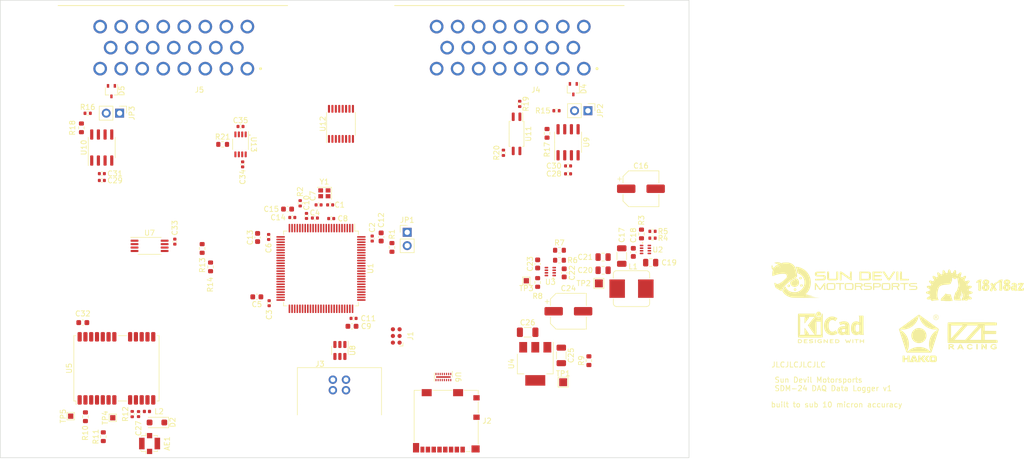
<source format=kicad_pcb>
(kicad_pcb (version 20221018) (generator pcbnew)
  (title_block (title "SDM-24 Data Logger") (date "2023-10-19") (rev "v1") (company "Sun Devil Motorsports"))
  (layers (0 "F.Cu" signal) (1 "In1.Cu" signal) (2 "In2.Cu" signal) (31 "B.Cu" signal) (34 "B.Paste" user) (35 "F.Paste" user) (36 "B.SilkS" user "B.Silkscreen") (37 "F.SilkS" user "F.Silkscreen") (38 "B.Mask" user) (39 "F.Mask" user) (44 "Edge.Cuts" user))
  (net 0 "")
  (net 1 "/HSE_IN")
  (net 2 "GND")
  (net 3 "+3.3V")
  (net 4 "/NRST")
  (net 5 "/VCAP1")
  (net 6 "/HSE_OUT")
  (net 7 "/VCAP2")
  (net 8 "VCC")
  (net 9 "/Power Regulator/BTSP")
  (net 10 "/Power Regulator/SMPS_SW")
  (net 11 "/Power Regulator/SMPS_5V_OUTPUT")
  (net 12 "VBUS")
  (net 13 "+5V")
  (net 14 "/NEO-M9N/BIAS_T")
  (net 15 "/NEO-M9N/RF_UFL")
  (net 16 "/Connectors/ECU_CAN+")
  (net 17 "/Connectors/DAQ_CAN+")
  (net 18 "/Connectors/ECU_CAN-")
  (net 19 "/Connectors/DAQ_CAN-")
  (net 20 "/SWDIO")
  (net 21 "/SWCLK")
  (net 22 "/SWO")
  (net 23 "Net-(J2-DAT2)")
  (net 24 "Net-(J2-DAT3{slash}CD)")
  (net 25 "Net-(J2-CMD)")
  (net 26 "Net-(J2-CLK)")
  (net 27 "Net-(J2-DAT0)")
  (net 28 "Net-(J2-DAT1)")
  (net 30 "/Onboard Storage/CD")
  (net 31 "/USB_D-")
  (net 32 "/USB_D+")
  (net 34 "/BOOT0")
  (net 35 "Net-(JP2-B)")
  (net 36 "Net-(JP3-B)")
  (net 37 "/Power Regulator/ST")
  (net 38 "/NEO-M9N/RESET")
  (net 39 "/NEO-M9N/SAFEBOOT")
  (net 52 "/VREF+")
  (net 71 "/I2C2_SCL")
  (net 72 "/I2C2_SDA")
  (net 73 "/FDCAN2_RX")
  (net 74 "/SDMMC1_D0")
  (net 81 "/FDCAN3_RX")
  (net 82 "/FDCAN3_TX")
  (net 88 "/SDMMC1_D1")
  (net 93 "/SDMMC1_D2")
  (net 94 "/SDMMC1_D3")
  (net 95 "/SDMMC1_CLK")
  (net 98 "/SDMMC1_CMD")
  (net 105 "/FDCAN2_TX")
  (net 111 "/NEO-M9N/D_SEL")
  (net 112 "/NEO-M9N/PPS_LED")
  (net 116 "/NEO-M9N/RF_VCC")
  (net 125 "Net-(U9-Rs)")
  (net 127 "Net-(U10-Rs)")
  (net 128 "/Connectors/jUSB_D-")
  (net 129 "/Connectors/jUSB_D+")
  (net 130 "/Power Regulator/PG")
  (net 133 "/Power Regulator/SMPS_FB")
  (net 134 "/Power Regulator/PR1")
  (net 135 "/Power Regulator/PWR_LED")
  (net 136 "/NEO-M9N/PPS_LED_RSTR")
  (net 139 "/UART9_RX")
  (net 140 "/UART9_TX")
  (net 144 "/Connectors/DRS_5V_INPUT")
  (net 145 "/Connectors/DRS_SIG_INPUT")
  (net 146 "/Connectors/OPTC")
  (net 147 "/Connectors/D1_3.3V")
  (net 162 "/Connectors/SDA_5V")
  (net 163 "/Connectors/SCL_5V")
  (net 164 "/Connectors/~{INT}")
  (net 176 "/Connectors/OE")
  (footprint "Capacitor_SMD:C_0402_1005Metric" (layer "F.Cu") (at 126.845 111.41 180)
    (fp_text reference "C4" (at 0 1) (layer "F.SilkS"))
    (fp_text value "100nF")
    (pad "1" smd roundrect (at -0.48 0 180) (size 0.56 0.62) (layers "F.Cu" "F.Paste" "F.Mask") (net 4 "/NRST"))
    (pad "2" smd roundrect (at 0.48 0 180) (size 0.56 0.62) (layers "F.Cu" "F.Paste" "F.Mask") (net 2 "GND"))
  )
  (footprint "Resistor_SMD:R_0402_1005Metric" (layer "F.Cu") (at 172.8 91)
    (fp_text reference "R15" (at -2.6 0) (layer "F.SilkS"))
    (fp_text value "120")
    (pad "1" smd roundrect (at -0.51 0) (size 0.54 0.64) (layers "F.Cu" "F.Paste" "F.Mask") (net 16 "/Connectors/ECU_CAN+"))
    (pad "2" smd roundrect (at 0.51 0) (size 0.54 0.64) (layers "F.Cu" "F.Paste" "F.Mask") (net 35 "Net-(JP2-B)"))
  )
  (footprint "Resistor_SMD:R_0603_1608Metric" (layer "F.Cu") (at 141.5 117 -90)
    (fp_text reference "R1" (at -2.5 0 90) (layer "F.SilkS"))
    (fp_text value "10k")
    (pad "1" smd roundrect (at -0.825 0 270) (size 0.8 0.95) (layers "F.Cu" "F.Paste" "F.Mask") (net 2 "GND"))
    (pad "2" smd roundrect (at 0.825 0 270) (size 0.8 0.95) (layers "F.Cu" "F.Paste" "F.Mask") (net 34 "/BOOT0"))
  )
  (footprint "Capacitor_SMD:C_0603_1608Metric" (layer "F.Cu") (at 139.445 115.01 -90)
    (fp_text reference "C12" (at -3.2 0 90) (layer "F.SilkS"))
    (fp_text value "4.7uF")
    (pad "1" smd roundrect (at -0.775 0 270) (size 0.9 0.95) (layers "F.Cu" "F.Paste" "F.Mask") (net 3 "+3.3V"))
    (pad "2" smd roundrect (at 0.775 0 270) (size 0.9 0.95) (layers "F.Cu" "F.Paste" "F.Mask") (net 2 "GND"))
  )
  (footprint "Capacitor_SMD:CP_Elec_6.3x5.9" (layer "F.Cu") (at 175.06 129.14)
    (fp_text reference "C24" (at 0 -4.35) (layer "F.SilkS"))
    (fp_text value "47uF")
    (pad "1" smd roundrect (at -2.8 0) (size 3.5 1.6) (layers "F.Cu" "F.Paste" "F.Mask") (roundrect_rratio 0.15625) (net 13 "+5V"))
    (pad "2" smd roundrect (at 2.8 0) (size 3.5 1.6) (layers "F.Cu" "F.Paste" "F.Mask") (roundrect_rratio 0.15625) (net 2 "GND"))
  )
  (footprint "Capacitor_SMD:C_0402_1005Metric" (layer "F.Cu") (at 86.325 102.965 180)
    (fp_text reference "C31" (at -2.5 0) (layer "F.SilkS"))
    (fp_text value "100nF")
    (pad "1" smd roundrect (at -0.48 0 180) (size 0.56 0.62) (layers "F.Cu" "F.Paste" "F.Mask") (net 3 "+3.3V"))
    (pad "2" smd roundrect (at 0.48 0 180) (size 0.56 0.62) (layers "F.Cu" "F.Paste" "F.Mask") (net 2 "GND"))
  )
  (footprint "Capacitor_SMD:C_0603_1608Metric" (layer "F.Cu") (at 133.9 132)
    (fp_text reference "C9" (at 2.7 0) (layer "F.SilkS"))
    (fp_text value "2.2uF")
    (pad "1" smd roundrect (at -0.775 0) (size 0.9 0.95) (layers "F.Cu" "F.Paste" "F.Mask") (net 7 "/VCAP2"))
    (pad "2" smd roundrect (at 0.775 0) (size 0.9 0.95) (layers "F.Cu" "F.Paste" "F.Mask") (net 2 "GND"))
  )
  (footprint "Resistor_SMD:R_0603_1608Metric" (layer "F.Cu") (at 83.2 149.2 90)
    (fp_text reference "R10" (at -3.1 -0.03 90) (layer "F.SilkS"))
    (fp_text value "10k")
    (pad "1" smd roundrect (at -0.825 0 90) (size 0.8 0.95) (layers "F.Cu" "F.Paste" "F.Mask") (net 3 "+3.3V"))
    (pad "2" smd roundrect (at 0.825 0 90) (size 0.8 0.95) (layers "F.Cu" "F.Paste" "F.Mask") (net 111 "/NEO-M9N/D_SEL"))
  )
  (footprint "Capacitor_SMD:C_0402_1005Metric" (layer "F.Cu") (at 122.545 111.31 180)
    (fp_text reference "C14" (at 2.7 0) (layer "F.SilkS"))
    (fp_text value "100nF")
    (pad "1" smd roundrect (at -0.48 0 180) (size 0.56 0.62) (layers "F.Cu" "F.Paste" "F.Mask") (net 3 "+3.3V"))
    (pad "2" smd roundrect (at 0.48 0 180) (size 0.56 0.62) (layers "F.Cu" "F.Paste" "F.Mask") (net 2 "GND"))
  )
  (footprint "TestPoint:TestPoint_Pad_1.0x1.0mm" (layer "F.Cu") (at 80.4 149.1 90)
    (fp_text reference "TP5" (at 0 -1.448 90) (layer "F.SilkS"))
    (fp_text value "SAFEBOOT")
    (pad "1" smd rect (at 0 0 90) (size 1 1) (layers "F.Cu" "F.Mask") (net 39 "/NEO-M9N/SAFEBOOT"))
  )
  (footprint "Resistor_SMD:R_0603_1608Metric" (layer "F.Cu") (at 173.36 119.44 180)
    (fp_text reference "R6" (at -2.5 0) (layer "F.SilkS"))
    (fp_text value "10k")
    (pad "1" smd roundrect (at -0.825 0 180) (size 0.8 0.95) (layers "F.Cu" "F.Paste" "F.Mask") (net 11 "/Power Regulator/SMPS_5V_OUTPUT"))
    (pad "2" smd roundrect (at 0.825 0 180) (size 0.8 0.95) (layers "F.Cu" "F.Paste" "F.Mask") (net 134 "/Power Regulator/PR1"))
  )
  (footprint "Resistor_SMD:R_0603_1608Metric" (layer "F.Cu") (at 171 95.3 90)
    (fp_text reference "R17" (at -3.1 0 90) (layer "F.SilkS"))
    (fp_text value "10k")
    (pad "1" smd roundrect (at -0.825 0 90) (size 0.8 0.95) (layers "F.Cu" "F.Paste" "F.Mask") (net 2 "GND"))
    (pad "2" smd roundrect (at 0.825 0 90) (size 0.8 0.95) (layers "F.Cu" "F.Paste" "F.Mask") (net 125 "Net-(U9-Rs)"))
  )
  (footprint "Connector_PinHeader_2.54mm:PinHeader_1x02_P2.54mm_Vertical" (layer "F.Cu") (at 89.7 91.465 -90)
    (fp_text reference "JP3" (at 0 -2.33 90) (layer "F.SilkS"))
    (fp_text value "Bus Termination")
    (pad "1" thru_hole rect (at 0 0 270) (size 1.7 1.7) (drill 1) (layers "*.Cu" "*.Mask") (net 19 "/Connectors/DAQ_CAN-"))
    (pad "2" thru_hole oval (at 0 2.54 270) (size 1.7 1.7) (drill 1) (layers "*.Cu" "*.Mask") (net 36 "Net-(JP3-B)"))
  )
  (footprint "te_ampseal:CONN23_776087_TEC" (layer "F.Cu") (at 114 83)
    (fp_text reference "J5" (at -9.12 4.04 unlocked) (layer "F.SilkS"))
    (fp_text value "1-776087-1")
    (pad "" np_thru_hole circle (at -34.499995 -4.499885) (size 2.8448 2.8448) (drill 2.8448) (layers "*.Cu" "*.Mask"))
    (pad "" np_thru_hole circle (at 6.499999 -4.499885) (size 2.8448 2.8448) (drill 2.8448) (layers "*.Cu" "*.Mask"))
    (pad "1" thru_hole circle (at -0.000001 0) (size 2.6 2.6) (drill 1.7526) (layers "*.Cu" "*.Mask"))
    (pad "2" thru_hole circle (at -4 0) (size 2.6 2.6) (drill 1.7526) (layers "*.Cu" "*.Mask") (net 13 "+5V"))
    (pad "3" thru_hole circle (at -8 0) (size 2.6 2.6) (drill 1.7526) (layers "*.Cu" "*.Mask"))
    (pad "4" thru_hole circle (at -12 0) (size 2.6 2.6) (drill 1.7526) (layers "*.Cu" "*.Mask") (net 2 "GND"))
    (pad "5" thru_hole circle (at -15.999999 0) (size 2.6 2.6) (drill 1.7526) (layers "*.Cu" "*.Mask"))
    (pad "6" thru_hole circle (at -19.999999 0) (size 2.6 2.6) (drill 1.7526) (layers "*.Cu" "*.Mask") (net 13 "+5V"))
    (pad "7" thru_hole circle (at -23.999998 0) (size 2.6 2.6) (drill 1.7526) (layers "*.Cu" "*.Mask") (net 17 "/Connectors/DAQ_CAN+"))
    (pad "8" thru_hole circle (at -27.999998 0) (size 2.6 2.6) (drill 1.7526) (layers "*.Cu" "*.Mask") (net 19 "/Connectors/DAQ_CAN-"))
    (pad "9" thru_hole circle (at -1.999999 -4) (size 2.6 2.6) (drill 1.7526) (layers "*.Cu" "*.Mask"))
    (pad "10" thru_hole circle (at -5.999999 -4) (size 2.6 2.6) (drill 1.7526) (layers "*.Cu" "*.Mask") (net 13 "+5V"))
    (pad "11" thru_hole circle (at -9.999999 -4) (size 2.6 2.6) (drill 1.7526) (layers "*.Cu" "*.Mask") (net 2 "GND"))
    (pad "12" thru_hole circle (at -13.999998 -4) (size 2.6 2.6) (drill 1.7526) (layers "*.Cu" "*.Mask") (net 2 "GND"))
    (pad "13" thru_hole circle (at -17.999998 -4) (size 2.6 2.6) (drill 1.7526) (layers "*.Cu" "*.Mask"))
    (pad "14" thru_hole circle (at -21.999997 -4) (size 2.6 2.6) (drill 1.7526) (layers "*.Cu" "*.Mask"))
    (pad "15" thru_hole circle (at -25.999997 -4) (size 2.6 2.6) (drill 1.7526) (layers "*.Cu" "*.Mask"))
    (pad "16" thru_hole circle (at -0.000001 -8) (size 2.6 2.6) (drill 1.7526) (layers "*.Cu" "*.Mask"))
    (pad "17" thru_hole circle (at -4 -8) (size 2.6 2.6) (drill 1.7526) (layers "*.Cu" "*.Mask"))
    (pad "18" thru_hole circle (at -8 -8) (size 2.6 2.6) (drill 1.7526) (layers "*.Cu" "*.Mask") (net 2 "GND"))
    (pad "19" thru_hole circle (at -12 -8) (size 2.6 2.6) (drill 1.7526) (layers "*.Cu" "*.Mask") (net 13 "+5V"))
    (pad "20" thru_hole circle (at -15.999999 -8) (size 2.6 2.6) (drill 1.7526) (layers "*.Cu" "*.Mask") (net 13 "+5V"))
    (pad "21" thru_hole circle (at -19.999999 -8) (size 2.6 2.6) (drill 1.7526) (layers "*.Cu" "*.Mask") (net 2 "GND"))
    (pad "22" thru_hole circle (at -23.999998 -8) (size 2.6 2.6) (drill 1.7526) (layers "*.Cu" "*.Mask") (net 17 "/Connectors/DAQ_CAN+"))
    (pad "23" thru_hole circle (at -27.999998 -8) (size 2.6 2.6) (drill 1.7526) (layers "*.Cu" "*.Mask") (net 19 "/Connectors/DAQ_CAN-"))
  )
  (footprint "te_ampseal:CONN23_776087_TEC" (layer "F.Cu") (at 178 83)
    (fp_text reference "J4" (at -9.12 4.04 unlocked) (layer "F.SilkS"))
    (fp_text value "1-776087-4")
    (pad "" np_thru_hole circle (at -34.499995 -4.499885) (size 2.8448 2.8448) (drill 2.8448) (layers "*.Cu" "*.Mask"))
    (pad "" np_thru_hole circle (at 6.499999 -4.499885) (size 2.8448 2.8448) (drill 2.8448) (layers "*.Cu" "*.Mask"))
    (pad "1" thru_hole circle (at -0.000001 0) (size 2.6 2.6) (drill 1.7526) (layers "*.Cu" "*.Mask") (net 18 "/Connectors/ECU_CAN-"))
    (pad "2" thru_hole circle (at -4 0) (size 2.6 2.6) (drill 1.7526) (layers "*.Cu" "*.Mask") (net 16 "/Connectors/ECU_CAN+"))
    (pad "3" thru_hole circle (at -8 0) (size 2.6 2.6) (drill 1.7526) (layers "*.Cu" "*.Mask"))
    (pad "4" thru_hole circle (at -12 0) (size 2.6 2.6) (drill 1.7526) (layers "*.Cu" "*.Mask") (net 144 "/Connectors/DRS_5V_INPUT"))
    (pad "5" thru_hole circle (at -15.999999 0) (size 2.6 2.6) (drill 1.7526) (layers "*.Cu" "*.Mask") (net 145 "/Connectors/DRS_SIG_INPUT"))
    (pad "6" thru_hole circle (at -19.999999 0) (size 2.6 2.6) (drill 1.7526) (layers "*.Cu" "*.Mask"))
    (pad "7" thru_hole circle (at -23.999998 0) (size 2.6 2.6) (drill 1.7526) (layers "*.Cu" "*.Mask"))
    (pad "8" thru_hole circle (at -27.999998 0) (size 2.6 2.6) (drill 1.7526) (layers "*.Cu" "*.Mask"))
    (pad "9" thru_hole circle (at -1.999999 -4) (size 2.6 2.6) (drill 1.7526) (layers "*.Cu" "*.Mask"))
    (pad "10" thru_hole circle (at -5.999999 -4) (size 2.6 2.6) (drill 1.7526) (layers "*.Cu" "*.Mask"))
    (pad "11" thru_hole circle (at -9.999999 -4) (size 2.6 2.6) (drill 1.7526) (layers "*.Cu" "*.Mask"))
    (pad "12" thru_hole circle (at -13.999998 -4) (size 2.6 2.6) (drill 1.7526) (layers "*.Cu" "*.Mask"))
    (pad "13" thru_hole circle (at -17.999998 -4) (size 2.6 2.6) (drill 1.7526) (layers "*.Cu" "*.Mask"))
    (pad "14" thru_hole circle (at -21.999997 -4) (size 2.6 2.6) (drill 1.7526) (layers "*.Cu" "*.Mask"))
    (pad "15" thru_hole circle (at -25.999997 -4) (size 2.6 2.6) (drill 1.7526) (layers "*.Cu" "*.Mask"))
    (pad "16" thru_hole circle (at -0.000001 -8) (size 2.6 2.6) (drill 1.7526) (layers "*.Cu" "*.Mask"))
    (pad "17" thru_hole circle (at -4 -8) (size 2.6 2.6) (drill 1.7526) (layers "*.Cu" "*.Mask"))
    (pad "18" thru_hole circle (at -8 -8) (size 2.6 2.6) (drill 1.7526) (layers "*.Cu" "*.Mask"))
    (pad "19" thru_hole circle (at -12 -8) (size 2.6 2.6) (drill 1.7526) (layers "*.Cu" "*.Mask"))
    (pad "20" thru_hole circle (at -15.999999 -8) (size 2.6 2.6) (drill 1.7526) (layers "*.Cu" "*.Mask"))
    (pad "21" thru_hole circle (at -19.999999 -8) (size 2.6 2.6) (drill 1.7526) (layers "*.Cu" "*.Mask"))
    (pad "22" thru_hole circle (at -23.999998 -8) (size 2.6 2.6) (drill 1.7526) (layers "*.Cu" "*.Mask"))
    (pad "23" thru_hole circle (at -27.999998 -8) (size 2.6 2.6) (drill 1.7526) (layers "*.Cu" "*.Mask"))
  )
  (footprint "Package_TO_SOT_SMD:SOT-23-6" (layer "F.Cu") (at 131.6 136.6 -90)
    (fp_text reference "U8" (at 0 -2.4 90) (layer "F.SilkS"))
    (fp_text value "USBLC6-2SC6")
    (pad "1" smd roundrect (at -1.1375 -0.95 270) (size 1.325 0.6) (layers "F.Cu" "F.Paste" "F.Mask") (net 32 "/USB_D+"))
    (pad "2" smd roundrect (at -1.1375 0 270) (size 1.325 0.6) (layers "F.Cu" "F.Paste" "F.Mask") (net 2 "GND"))
    (pad "3" smd roundrect (at -1.1375 0.95 270) (size 1.325 0.6) (layers "F.Cu" "F.Paste" "F.Mask") (net 31 "/USB_D-"))
    (pad "4" smd roundrect (at 1.1375 0.95 270) (size 1.325 0.6) (layers "F.Cu" "F.Paste" "F.Mask") (net 128 "/Connectors/jUSB_D-"))
    (pad "5" smd roundrect (at 1.1375 0 270) (size 1.325 0.6) (layers "F.Cu" "F.Paste" "F.Mask") (net 12 "VBUS"))
    (pad "6" smd roundrect (at 1.1375 -0.95 270) (size 1.325 0.6) (layers "F.Cu" "F.Paste" "F.Mask") (net 129 "/Connectors/jUSB_D+"))
  )
  (footprint "Capacitor_SMD:C_0402_1005Metric" (layer "F.Cu") (at 93.3 148.7 -90)
    (fp_text reference "C27" (at 2.7 0 -270) (layer "F.SilkS"))
    (fp_text value "100nF")
    (pad "1" smd roundrect (at -0.48 0 270) (size 0.56 0.62) (layers "F.Cu" "F.Paste" "F.Mask") (net 14 "/NEO-M9N/BIAS_T"))
    (pad "2" smd roundrect (at 0.48 0 270) (size 0.56 0.62) (layers "F.Cu" "F.Paste" "F.Mask") (net 2 "GND"))
  )
  (footprint "Capacitor_SMD:CP_Elec_6.3x5.9" (layer "F.Cu") (at 188.86 105.84)
    (fp_text reference "C16" (at 0 -4.35) (layer "F.SilkS"))
    (fp_text value "47uF")
    (pad "1" smd roundrect (at -2.8 0) (size 3.5 1.6) (layers "F.Cu" "F.Paste" "F.Mask") (roundrect_rratio 0.15625) (net 8 "VCC"))
    (pad "2" smd roundrect (at 2.8 0) (size 3.5 1.6) (layers "F.Cu" "F.Paste" "F.Mask") (roundrect_rratio 0.15625) (net 2 "GND"))
  )
  (footprint "Resistor_SMD:R_0603_1608Metric" (layer "F.Cu") (at 178.96 138.54 90)
    (fp_text reference "R9" (at 0 -1.43 90) (layer "F.SilkS"))
    (fp_text value "220")
    (pad "1" smd roundrect (at -0.825 0 90) (size 0.8 0.95) (layers "F.Cu" "F.Paste" "F.Mask") (net 135 "/Power Regulator/PWR_LED"))
    (pad "2" smd roundrect (at 0.825 0 90) (size 0.8 0.95) (layers "F.Cu" "F.Paste" "F.Mask") (net 13 "+5V"))
  )
  (footprint "Capacitor_SMD:C_0402_1005Metric" (layer "F.Cu") (at 118.145 127.61 90)
    (fp_text reference "C3" (at -2.2 0 90) (layer "F.SilkS"))
    (fp_text value "100nF")
    (pad "1" smd roundrect (at -0.48 0 90) (size 0.56 0.62) (layers "F.Cu" "F.Paste" "F.Mask") (net 3 "+3.3V"))
    (pad "2" smd roundrect (at 0.48 0 90) (size 0.56 0.62) (layers "F.Cu" "F.Paste" "F.Mask") (net 2 "GND"))
  )
  (footprint "Library:UQFN-17-3.5x1.2mm" (layer "F.Cu") (at 151.28 141.65 -90)
    (fp_text reference "U6" (at 0 -2.8 -90 unlocked) (layer "F.SilkS"))
    (fp_text value "ST_EMIF06-MSD02N16")
    (pad "1" smd roundrect (at -0.575 -1.4 270) (size 0.45 0.2) (layers "F.Cu" "F.Paste" "F.Mask") (net 30 "/Onboard Storage/CD"))
    (pad "2" smd roundrect (at -0.575 -1 270) (size 0.45 0.2) (layers "F.Cu" "F.Paste" "F.Mask"))
    (pad "3" smd roundrect (at -0.575 -0.6 270) (size 0.45 0.2) (layers "F.Cu" "F.Paste" "F.Mask") (net 93 "/SDMMC1_D2"))
    (pad "4" smd roundrect (at -0.575 -0.2 270) (size 0.45 0.2) (layers "F.Cu" "F.Paste" "F.Mask") (net 94 "/SDMMC1_D3"))
    (pad "5" smd roundrect (at -0.575 0.2 270) (size 0.45 0.2) (layers "F.Cu" "F.Paste" "F.Mask") (net 98 "/SDMMC1_CMD"))
    (pad "6" smd roundrect (at -0.575 0.6 270) (size 0.45 0.2) (layers "F.Cu" "F.Paste" "F.Mask") (net 95 "/SDMMC1_CLK"))
    (pad "7" smd roundrect (at -0.575 1 270) (size 0.45 0.2) (layers "F.Cu" "F.Paste" "F.Mask") (net 74 "/SDMMC1_D0"))
    (pad "8" smd roundrect (at -0.575 1.4 270) (size 0.45 0.2) (layers "F.Cu" "F.Paste" "F.Mask") (net 88 "/SDMMC1_D1"))
    (pad "9" smd roundrect (at 0.575 1.4 270) (size 0.45 0.2) (layers "F.Cu" "F.Paste" "F.Mask") (net 28 "Net-(J2-DAT1)"))
    (pad "10" smd roundrect (at 0.575 1 270) (size 0.45 0.2) (layers "F.Cu" "F.Paste" "F.Mask") (net 27 "Net-(J2-DAT0)"))
    (pad "11" smd roundrect (at 0.575 0.6 270) (size 0.45 0.2) (layers "F.Cu" "F.Paste" "F.Mask") (net 26 "Net-(J2-CLK)"))
    (pad "12" smd roundrect (at 0.575 0.2 270) (size 0.45 0.2) (layers "F.Cu" "F.Paste" "F.Mask") (net 25 "Net-(J2-CMD)"))
    (pad "13" smd roundrect (at 0.575 -0.2 270) (size 0.45 0.2) (layers "F.Cu" "F.Paste" "F.Mask") (net 24 "Net-(J2-DAT3{slash}CD)"))
    (pad "14" smd roundrect (at 0.575 -0.6 270) (size 0.45 0.2) (layers "F.Cu" "F.Paste" "F.Mask") (net 23 "Net-(J2-DAT2)"))
    (pad "15" smd roundrect (at 0.575 -1 270) (size 0.45 0.2) (layers "F.Cu" "F.Paste" "F.Mask") (net 3 "+3.3V"))
    (pad "16" smd roundrect (at 0.575 -1.4 270) (size 0.45 0.2) (layers "F.Cu" "F.Paste" "F.Mask") (net 3 "+3.3V"))
    (pad "17" smd roundrect (at 0 0 270) (size 0.3 2.8) (layers "F.Cu" "F.Paste" "F.Mask") (net 2 "GND"))
  )
  (footprint "Connector_Coaxial:U.FL_Molex_MCRF_73412-0110_Vertical" (layer "F.Cu") (at 95.4 154.3 180)
    (fp_text reference "AE1" (at -3.34 -0.005 90) (layer "F.SilkS"))
    (fp_text value "UFL")
    (pad "1" smd rect (at 0 1.5 180) (size 1 1) (layers "F.Cu" "F.Paste" "F.Mask") (net 15 "/NEO-M9N/RF_UFL"))
    (pad "2" smd rect (at -1.475 0 180) (size 1.05 2.2) (layers "F.Cu" "F.Paste" "F.Mask") (net 2 "GND"))
    (pad "2" smd rect (at 0 -1.5 180) (size 1 1) (layers "F.Cu" "F.Paste" "F.Mask") (net 2 "GND"))
    (pad "2" smd rect (at 1.475 0 180) (size 1.05 2.2) (layers "F.Cu" "F.Paste" "F.Mask") (net 2 "GND"))
  )
  (footprint "LOGO" (layer "F.Cu") (at 227.6 123.2)
    (fp_text reference "G***" hide)
    (fp_text value "LOGO" hide)
  )
  (footprint "Capacitor_SMD:C_0402_1005Metric" (layer "F.Cu") (at 129.745 108.91 180)
    (fp_text reference "C1" (at -1.8 0) (layer "F.SilkS"))
    (fp_text value "5.6pF")
    (pad "1" smd roundrect (at -0.48 0 180) (size 0.56 0.62) (layers "F.Cu" "F.Paste" "F.Mask") (net 1 "/HSE_IN"))
    (pad "2" smd roundrect (at 0.48 0 180) (size 0.56 0.62) (layers "F.Cu" "F.Paste" "F.Mask") (net 2 "GND"))
  )
  (footprint "Inductor_SMD:L_Bourns_SRP7028A_7.3x6.6mm" (layer "F.Cu") (at 187.06 124.84)
    (fp_text reference "L1" (at 0.3 -4.2) (layer "F.SilkS"))
    (fp_text value "4.7uH")
    (pad "1" smd rect (at -2.725 0) (size 2.95 3.5) (layers "F.Cu" "F.Paste" "F.Mask") (net 11 "/Power Regulator/SMPS_5V_OUTPUT"))
    (pad "2" smd rect (at 2.725 0) (size 2.95 3.5) (layers "F.Cu" "F.Paste" "F.Mask") (net 10 "/Power Regulator/SMPS_SW"))
  )
  (footprint "Resistor_SMD:R_0603_1608Metric" (layer "F.Cu") (at 86.6 153 90)
    (fp_text reference "R11" (at 0 -1.43 90) (layer "F.SilkS"))
    (fp_text value "1k")
    (pad "1" smd roundrect (at -0.825 0 90) (size 0.8 0.95) (layers "F.Cu" "F.Paste" "F.Mask") (net 136 "/NEO-M9N/PPS_LED_RSTR"))
    (pad "2" smd roundrect (at 0.825 0 90) (size 0.8 0.95) (layers "F.Cu" "F.Paste" "F.Mask") (net 2 "GND"))
  )
  (footprint "Capacitor_SMD:C_0402_1005Metric" (layer "F.Cu") (at 127.545 108.91 180)
    (fp_text reference "C7" (at 1.1 1.7 90) (layer "F.SilkS"))
    (fp_text value "5.6pF")
    (pad "1" smd roundrect (at -0.48 0 180) (size 0.56 0.62) (layers "F.Cu" "F.Paste" "F.Mask") (net 6 "/HSE_OUT"))
    (pad "2" smd roundrect (at 0.48 0 180) (size 0.56 0.62) (layers "F.Cu" "F.Paste" "F.Mask") (net 2 "GND"))
  )
  (footprint "TestPoint:TestPoint_Pad_1.0x1.0mm" (layer "F.Cu") (at 167.06 123.34 180)
    (fp_text reference "TP3" (at 0 -1.448) (layer "F.SilkS"))
    (fp_text value "ST")
    (pad "1" smd rect (at 0 0 180) (size 1 1) (layers "F.Cu" "F.Mask") (net 37 "/Power Regulator/ST"))
  )
  (footprint "Capacitor_SMD:C_1206_3216Metric" (layer "F.Cu") (at 167.31 133.14)
    (fp_text reference "C26" (at 0 -1.85) (layer "F.SilkS"))
    (fp_text value "10uF")
    (pad "1" smd roundrect (at -1.475 0) (size 1.15 1.8) (layers "F.Cu" "F.Paste" "F.Mask") (roundrect_rratio 0.217391) (net 3 "+3.3V"))
    (pad "2" smd roundrect (at 1.475 0) (size 1.15 1.8) (layers "F.Cu" "F.Paste" "F.Mask") (roundrect_rratio 0.217391) (net 2 "GND"))
  )
  (footprint "Resistor_SMD:R_0603_1608Metric" (layer "F.Cu") (at 105.4 117.2 -90)
    (fp_text reference "R13" (at 3.175 -0.0375 90) (layer "F.SilkS"))
    (fp_text value "2.7k")
    (pad "1" smd roundrect (at -0.825 0 270) (size 0.8 0.95) (layers "F.Cu" "F.Paste" "F.Mask") (net 3 "+3.3V"))
    (pad "2" smd roundrect (at 0.825 0 270) (size 0.8 0.95) (layers "F.Cu" "F.Paste" "F.Mask") (net 71 "/I2C2_SCL"))
  )
  (footprint "Connector_Card:microSD_HC_Molex_104031-0811" (layer "F.Cu") (at 151.84 150 180)
    (fp_text reference "J2" (at -7.74 0) (layer "F.SilkS"))
    (fp_text value "Molex_1040310811")
    (pad "1" smd rect (at -3.105 -5.45 180) (size 0.85 1.1) (layers "F.Cu" "F.Paste" "F.Mask") (net 23 "Net-(J2-DAT2)"))
    (pad "2" smd rect (at -2.005 -5.45 180) (size 0.85 1.1) (layers "F.Cu" "F.Paste" "F.Mask") (net 24 "Net-(J2-DAT3{slash}CD)"))
    (pad "3" smd rect (at -0.905 -5.45 180) (size 0.85 1.1) (layers "F.Cu" "F.Paste" "F.Mask") (net 25 "Net-(J2-CMD)"))
    (pad "4" smd rect (at 0.195 -5.45 180) (size 0.85 1.1) (layers "F.Cu" "F.Paste" "F.Mask") (net 3 "+3.3V"))
    (pad "5" smd rect (at 1.295 -5.45 180) (size 0.85 1.1) (layers "F.Cu" "F.Paste" "F.Mask") (net 26 "Net-(J2-CLK)"))
    (pad "6" smd rect (at 2.395 -5.45 180) (size 0.85 1.1) (layers "F.Cu" "F.Paste" "F.Mask") (net 2 "GND"))
    (pad "7" smd rect (at 3.495 -5.45 180) (size 0.85 1.1) (layers "F.Cu" "F.Paste" "F.Mask") (net 27 "Net-(J2-DAT0)"))
    (pad "8" smd rect (at 4.545 -5.45 180) (size 0.75 1.1) (layers "F.Cu" "F.Paste" "F.Mask") (net 28 "Net-(J2-DAT1)"))
    (pad "9" smd rect (at -5.74 0.7 180) (size 1.2 1) (layers "F.Cu" "F.Paste" "F.Mask"))
    (pad "10" smd rect (at -5.74 4.4 180) (size 1.2 1) (layers "F.Cu" "F.Paste" "F.Mask") (net 30 "/Onboard Storage/CD"))
    (pad "11" smd rect (at -5.565 -5.325 180) (size 1.55 1.35) (layers "F.Cu" "F.Paste" "F.Mask") (net 2 "GND"))
    (pad "11" smd rect (at -2.24 5.375 180) (size 1.9 1.35) (layers "F.Cu" "F.Paste" "F.Mask") (net 2 "GND"))
    (pad "11" smd rect (at 3.73 5.375 180) (size 1.9 1.35) (layers "F.Cu" "F.Paste" "F.Mask") (net 2 "GND"))
    (pad "11" smd rect (at 5.755 -5.1 180) (size 1.17 1.8) (layers "F.Cu" "F.Paste" "F.Mask") (net 2 "GND"))
  )
  (footprint "Package_QFP:LQFP-100_14x14mm_P0.5mm" (layer "F.Cu") (at 128 121 -90)
    (fp_text reference "U1" (at 0 -9.42 90) (layer "F.SilkS"))
    (fp_text value "STM32H723VGTx")
    (pad "1" smd roundrect (at -7.675 -6 270) (size 1.6 0.3) (layers "F.Cu" "F.Paste" "F.Mask"))
    (pad "2" smd roundrect (at -7.675 -5.5 270) (size 1.6 0.3) (layers "F.Cu" "F.Paste" "F.Mask"))
    (pad "3" smd roundrect (at -7.675 -5 270) (size 1.6 0.3) (layers "F.Cu" "F.Paste" "F.Mask"))
    (pad "4" smd roundrect (at -7.675 -4.5 270) (size 1.6 0.3) (layers "F.Cu" "F.Paste" "F.Mask"))
    (pad "5" smd roundrect (at -7.675 -4 270) (size 1.6 0.3) (layers "F.Cu" "F.Paste" "F.Mask"))
    (pad "6" smd roundrect (at -7.675 -3.5 270) (size 1.6 0.3) (layers "F.Cu" "F.Paste" "F.Mask") (net 3 "+3.3V"))
    (pad "7" smd roundrect (at -7.675 -3 270) (size 1.6 0.3) (layers "F.Cu" "F.Paste" "F.Mask"))
    (pad "8" smd roundrect (at -7.675 -2.5 270) (size 1.6 0.3) (layers "F.Cu" "F.Paste" "F.Mask"))
    (pad "9" smd roundrect (at -7.675 -2 270) (size 1.6 0.3) (layers "F.Cu" "F.Paste" "F.Mask"))
    (pad "10" smd roundrect (at -7.675 -1.5 270) (size 1.6 0.3) (layers "F.Cu" "F.Paste" "F.Mask") (net 2 "GND"))
    (pad "11" smd roundrect (at -7.675 -1 270) (size 1.6 0.3) (layers "F.Cu" "F.Paste" "F.Mask") (net 3 "+3.3V"))
    (pad "12" smd roundrect (at -7.675 -0.5 270) (size 1.6 0.3) (layers "F.Cu" "F.Paste" "F.Mask") (net 1 "/HSE_IN"))
    (pad "13" smd roundrect (at -7.675 0 270) (size 1.6 0.3) (layers "F.Cu" "F.Paste" "F.Mask") (net 6 "/HSE_OUT"))
    (pad "14" smd roundrect (at -7.675 0.5 270) (size 1.6 0.3) (layers "F.Cu" "F.Paste" "F.Mask") (net 4 "/NRST"))
    (pad "15" smd roundrect (at -7.675 1 270) (size 1.6 0.3) (layers "F.Cu" "F.Paste" "F.Mask"))
    (pad "16" smd roundrect (at -7.675 1.5 270) (size 1.6 0.3) (layers "F.Cu" "F.Paste" "F.Mask"))
    (pad "17" smd roundrect (at -7.675 2 270) (size 1.6 0.3) (layers "F.Cu" "F.Paste" "F.Mask"))
    (pad "18" smd roundrect (at -7.675 2.5 270) (size 1.6 0.3) (layers "F.Cu" "F.Paste" "F.Mask"))
    (pad "19" smd roundrect (at -7.675 3 270) (size 1.6 0.3) (layers "F.Cu" "F.Paste" "F.Mask") (net 2 "GND"))
    (pad "20" smd roundrect (at -7.675 3.5 270) (size 1.6 0.3) (layers "F.Cu" "F.Paste" "F.Mask") (net 52 "/VREF+"))
    (pad "21" smd roundrect (at -7.675 4 270) (size 1.6 0.3) (layers "F.Cu" "F.Paste" "F.Mask") (net 3 "+3.3V"))
    (pad "22" smd roundrect (at -7.675 4.5 270) (size 1.6 0.3) (layers "F.Cu" "F.Paste" "F.Mask"))
    (pad "23" smd roundrect (at -7.675 5 270) (size 1.6 0.3) (layers "F.Cu" "F.Paste" "F.Mask"))
    (pad "24" smd roundrect (at -7.675 5.5 270) (size 1.6 0.3) (layers "F.Cu" "F.Paste" "F.Mask"))
    (pad "25" smd roundrect (at -7.675 6 270) (size 1.6 0.3) (layers "F.Cu" "F.Paste" "F.Mask"))
    (pad "26" smd roundrect (at -6 7.675 270) (size 0.3 1.6) (layers "F.Cu" "F.Paste" "F.Mask") (net 2 "GND"))
    (pad "27" smd roundrect (at -5.5 7.675 270) (size 0.3 1.6) (layers "F.Cu" "F.Paste" "F.Mask") (net 3 "+3.3V"))
    (pad "28" smd roundrect (at -5 7.675 270) (size 0.3 1.6) (layers "F.Cu" "F.Paste" "F.Mask"))
    (pad "29" smd roundrect (at -4.5 7.675 270) (size 0.3 1.6) (layers "F.Cu" "F.Paste" "F.Mask"))
    (pad "30" smd roundrect (at -4 7.675 270) (size 0.3 1.6) (layers "F.Cu" "F.Paste" "F.Mask"))
    (pad "31" smd roundrect (at -3.5 7.675 270) (size 0.3 1.6) (layers "F.Cu" "F.Paste" "F.Mask"))
    (pad "32" smd roundrect (at -3 7.675 270) (size 0.3 1.6) (layers "F.Cu" "F.Paste" "F.Mask"))
    (pad "33" smd roundrect (at -2.5 7.675 270) (size 0.3 1.6) (layers "F.Cu" "F.Paste" "F.Mask"))
    (pad "34" smd roundrect (at -2 7.675 270) (size 0.3 1.6) (layers "F.Cu" "F.Paste" "F.Mask"))
    (pad "35" smd roundrect (at -1.5 7.675 270) (size 0.3 1.6) (layers "F.Cu" "F.Paste" "F.Mask"))
    (pad "36" smd roundrect (at -1 7.675 270) (size 0.3 1.6) (layers "F.Cu" "F.Paste" "F.Mask"))
    (pad "37" smd roundrect (at -0.5 7.675 270) (size 0.3 1.6) (layers "F.Cu" "F.Paste" "F.Mask"))
    (pad "38" smd roundrect (at 0 7.675 270) (size 0.3 1.6) (layers "F.Cu" "F.Paste" "F.Mask"))
    (pad "39" smd roundrect (at 0.5 7.675 270) (size 0.3 1.6) (layers "F.Cu" "F.Paste" "F.Mask"))
    (pad "40" smd roundrect (at 1 7.675 270) (size 0.3 1.6) (layers "F.Cu" "F.Paste" "F.Mask"))
    (pad "41" smd roundrect (at 1.5 7.675 270) (size 0.3 1.6) (layers "F.Cu" "F.Paste" "F.Mask"))
    (pad "42" smd roundrect (at 2 7.675 270) (size 0.3 1.6) (layers "F.Cu" "F.Paste" "F.Mask"))
    (pad "43" smd roundrect (at 2.5 7.675 270) (size 0.3 1.6) (layers "F.Cu" "F.Paste" "F.Mask"))
    (pad "44" smd roundrect (at 3 7.675 270) (size 0.3 1.6) (layers "F.Cu" "F.Paste" "F.Mask"))
    (pad "45" smd roundrect (at 3.5 7.675 270) (size 0.3 1.6) (layers "F.Cu" "F.Paste" "F.Mask"))
    (pad "46" smd roundrect (at 4 7.675 270) (size 0.3 1.6) (layers "F.Cu" "F.Paste" "F.Mask") (net 71 "/I2C2_SCL"))
    (pad "47" smd roundrect (at 4.5 7.675 270) (size 0.3 1.6) (layers "F.Cu" "F.Paste" "F.Mask") (net 72 "/I2C2_SDA"))
    (pad "48" smd roundrect (at 5 7.675 270) (size 0.3 1.6) (layers "F.Cu" "F.Paste" "F.Mask") (net 5 "/VCAP1"))
    (pad "49" smd roundrect (at 5.5 7.675 270) (size 0.3 1.6) (layers "F.Cu" "F.Paste" "F.Mask") (net 2 "GND"))
    (pad "50" smd roundrect (at 6 7.675 270) (size 0.3 1.6) (layers "F.Cu" "F.Paste" "F.Mask") (net 3 "+3.3V"))
    (pad "51" smd roundrect (at 7.675 6 270) (size 1.6 0.3) (layers "F.Cu" "F.Paste" "F.Mask"))
    (pad "52" smd roundrect (at 7.675 5.5 270) (size 1.6 0.3) (layers "F.Cu" "F.Paste" "F.Mask") (net 74 "/SDMMC1_D0"))
    (pad "53" smd roundrect (at 7.675 5 270) (size 1.6 0.3) (layers "F.Cu" "F.Paste" "F.Mask"))
    (pad "54" smd roundrect (at 7.675 4.5 270) (size 1.6 0.3) (layers "F.Cu" "F.Paste" "F.Mask"))
    (pad "55" smd roundrect (at 7.675 4 270) (size 1.6 0.3) (layers "F.Cu" "F.Paste" "F.Mask"))
    (pad "56" smd roundrect (at 7.675 3.5 270) (size 1.6 0.3) (layers "F.Cu" "F.Paste" "F.Mask"))
    (pad "57" smd roundrect (at 7.675 3 270) (size 1.6 0.3) (layers "F.Cu" "F.Paste" "F.Mask"))
    (pad "58" smd roundrect (at 7.675 2.5 270) (size 1.6 0.3) (layers "F.Cu" "F.Paste" "F.Mask"))
    (pad "59" smd roundrect (at 7.675 2 270) (size 1.6 0.3) (layers "F.Cu" "F.Paste" "F.Mask") (net 81 "/FDCAN3_RX"))
    (pad "60" smd roundrect (at 7.675 1.5 270) (size 1.6 0.3) (layers "F.Cu" "F.Paste" "F.Mask") (net 82 "/FDCAN3_TX"))
    (pad "61" smd roundrect (at 7.675 1 270) (size 1.6 0.3) (layers "F.Cu" "F.Paste" "F.Mask") (net 139 "/UART9_RX"))
    (pad "62" smd roundrect (at 7.675 0.5 270) (size 1.6 0.3) (layers "F.Cu" "F.Paste" "F.Mask") (net 140 "/UART9_TX"))
    (pad "63" smd roundrect (at 7.675 0 270) (size 1.6 0.3) (layers "F.Cu" "F.Paste" "F.Mask"))
    (pad "64" smd roundrect (at 7.675 -0.5 270) (size 1.6 0.3) (layers "F.Cu" "F.Paste" "F.Mask"))
    (pad "65" smd roundrect (at 7.675 -1 270) (size 1.6 0.3) (layers "F.Cu" "F.Paste" "F.Mask"))
    (pad "66" smd roundrect (at 7.675 -1.5 270) (size 1.6 0.3) (layers "F.Cu" "F.Paste" "F.Mask") (net 88 "/SDMMC1_D1"))
    (pad "67" smd roundrect (at 7.675 -2 270) (size 1.6 0.3) (layers "F.Cu" "F.Paste" "F.Mask"))
    (pad "68" smd roundrect (at 7.675 -2.5 270) (size 1.6 0.3) (layers "F.Cu" "F.Paste" "F.Mask"))
    (pad "69" smd roundrect (at 7.675 -3 270) (size 1.6 0.3) (layers "F.Cu" "F.Paste" "F.Mask"))
    (pad "70" smd roundrect (at 7.675 -3.5 270) (size 1.6 0.3) (layers "F.Cu" "F.Paste" "F.Mask") (net 31 "/USB_D-"))
    (pad "71" smd roundrect (at 7.675 -4 270) (size 1.6 0.3) (layers "F.Cu" "F.Paste" "F.Mask") (net 32 "/USB_D+"))
    (pad "72" smd roundrect (at 7.675 -4.5 270) (size 1.6 0.3) (layers "F.Cu" "F.Paste" "F.Mask") (net 20 "/SWDIO"))
    (pad "73" smd roundrect (at 7.675 -5 270) (size 1.6 0.3) (layers "F.Cu" "F.Paste" "F.Mask") (net 7 "/VCAP2"))
    (pad "74" smd roundrect (at 7.675 -5.5 270) (size 1.6 0.3) (layers "F.Cu" "F.Paste" "F.Mask") (net 2 "GND"))
    (pad "75" smd roundrect (at 7.675 -6 270) (size 1.6 0.3) (layers "F.Cu" "F.Paste" "F.Mask") (net 3 "+3.3V"))
    (pad "76" smd roundrect (at 6 -7.675 270) (size 0.3 1.6) (layers "F.Cu" "F.Paste" "F.Mask") (net 21 "/SWCLK"))
    (pad "77" smd roundrect (at 5.5 -7.675 270) (size 0.3 1.6) (layers "F.Cu" "F.Paste" "F.Mask"))
    (pad "78" smd roundrect (at 5 -7.675 270) (size 0.3 1.6) (layers "F.Cu" "F.Paste" "F.Mask") (net 93 "/SDMMC1_D2"))
    (pad "79" smd roundrect (at 4.5 -7.675 270) (size 0.3 1.6) (layers "F.Cu" "F.Paste" "F.Mask") (net 94 "/SDMMC1_D3"))
    (pad "80" smd roundrect (at 4 -7.675 270) (size 0.3 1.6) (layers "F.Cu" "F.Paste" "F.Mask") (net 95 "/SDMMC1_CLK"))
    (pad "81" smd roundrect (at 3.5 -7.675 270) (size 0.3 1.6) (layers "F.Cu" "F.Paste" "F.Mask"))
    (pad "82" smd roundrect (at 3 -7.675 270) (size 0.3 1.6) (layers "F.Cu" "F.Paste" "F.Mask"))
    (pad "83" smd roundrect (at 2.5 -7.675 270) (size 0.3 1.6) (layers "F.Cu" "F.Paste" "F.Mask") (net 98 "/SDMMC1_CMD"))
    (pad "84" smd roundrect (at 2 -7.675 270) (size 0.3 1.6) (layers "F.Cu" "F.Paste" "F.Mask"))
    (pad "85" smd roundrect (at 1.5 -7.675 270) (size 0.3 1.6) (layers "F.Cu" "F.Paste" "F.Mask"))
    (pad "86" smd roundrect (at 1 -7.675 270) (size 0.3 1.6) (layers "F.Cu" "F.Paste" "F.Mask"))
    (pad "87" smd roundrect (at 0.5 -7.675 270) (size 0.3 1.6) (layers "F.Cu" "F.Paste" "F.Mask"))
    (pad "88" smd roundrect (at 0 -7.675 270) (size 0.3 1.6) (layers "F.Cu" "F.Paste" "F.Mask"))
    (pad "89" smd roundrect (at -0.5 -7.675 270) (size 0.3 1.6) (layers "F.Cu" "F.Paste" "F.Mask") (net 22 "/SWO"))
    (pad "90" smd roundrect (at -1 -7.675 270) (size 0.3 1.6) (layers "F.Cu" "F.Paste" "F.Mask"))
    (pad "91" smd roundrect (at -1.5 -7.675 270) (size 0.3 1.6) (layers "F.Cu" "F.Paste" "F.Mask") (net 73 "/FDCAN2_RX"))
    (pad "92" smd roundrect (at -2 -7.675 270) (size 0.3 1.6) (layers "F.Cu" "F.Paste" "F.Mask") (net 105 "/FDCAN2_TX"))
    (pad "93" smd roundrect (at -2.5 -7.675 270) (size 0.3 1.6) (layers "F.Cu" "F.Paste" "F.Mask"))
    (pad "94" smd roundrect (at -3 -7.675 270) (size 0.3 1.6) (layers "F.Cu" "F.Paste" "F.Mask") (net 34 "/BOOT0"))
    (pad "95" smd roundrect (at -3.5 -7.675 270) (size 0.3 1.6) (layers "F.Cu" "F.Paste" "F.Mask"))
    (pad "96" smd roundrect (at -4 -7.675 270) (size 0.3 1.6) (layers "F.Cu" "F.Paste" "F.Mask"))
    (pad "97" smd roundrect (at -4.5 -7.675 270) (size 0.3 1.6) (layers "F.Cu" "F.Paste" "F.Mask"))
    (pad "98" smd roundrect (at -5 -7.675 270) (size 0.3 1.6) (layers "F.Cu" "F.Paste" "F.Mask"))
    (pad "99" smd roundrect (at -5.5 -7.675 270) (size 0.3 1.6) (layers "F.Cu" "F.Paste" "F.Mask") (net 2 "GND"))
    (pad "100" smd roundrect (at -6 -7.675 270) (size 0.3 1.6) (layers "F.Cu" "F.Paste" "F.Mask") (net 3 "+3.3V"))
  )
  (footprint "Connector_PinHeader_2.54mm:PinHeader_1x02_P2.54mm_Vertical" (layer "F.Cu") (at 178.775 91 -90)
    (fp_text reference "JP2" (at 0 -2.33 90) (layer "F.SilkS"))
    (fp_text value "Bus Termination")
    (pad "1" thru_hole rect (at 0 0 270) (size 1.7 1.7) (drill 1) (layers "*.Cu" "*.Mask") (net 18 "/Connectors/ECU_CAN-"))
    (pad "2" thru_hole oval (at 0 2.54 270) (size 1.7 1.7) (drill 1) (layers "*.Cu" "*.Mask") (net 35 "Net-(JP2-B)"))
  )
  (footprint "Capacitor_SMD:C_0402_1005Metric" (layer "F.Cu") (at 118.045 115.01 90)
    (fp_text reference "C6" (at -2.1 0 90) (layer "F.SilkS"))
    (fp_text value "100nF")
    (pad "1" smd roundrect (at -0.48 0 90) (size 0.56 0.62) (layers "F.Cu" "F.Paste" "F.Mask") (net 3 "+3.3V"))
    (pad "2" smd roundrect (at 0.48 0 90) (size 0.56 0.62) (layers "F.Cu" "F.Paste" "F.Mask") (net 2 "GND"))
  )
  (footprint "Resistor_SMD:R_0402_1005Metric" (layer "F.Cu") (at 165.8 89.7 -90)
    (fp_text reference "R19" (at 0 -1.17 90) (layer "F.SilkS"))
    (fp_text value "300")
    (pad "1" smd roundrect (at -0.51 0 270) (size 0.54 0.64) (layers "F.Cu" "F.Paste" "F.Mask") (net 144 "/Connectors/DRS_5V_INPUT"))
    (pad "2" smd roundrect (at 0.51 0 270) (size 0.54 0.64) (layers "F.Cu" "F.Paste" "F.Mask") (net 146 "/Connectors/OPTC"))
  )
  (footprint "Capacitor_SMD:C_0805_2012Metric" (layer "F.Cu") (at 181.66 121.34)
    (fp_text reference "C20" (at -3.4 0) (layer "F.SilkS"))
    (fp_text value "22uF")
    (pad "1" smd roundrect (at -0.95 0) (size 1 1.45) (layers "F.Cu" "F.Paste" "F.Mask") (net 11 "/Power Regulator/SMPS_5V_OUTPUT"))
    (pad "2" smd roundrect (at 0.95 0) (size 1 1.45) (layers "F.Cu" "F.Paste" "F.Mask") (net 2 "GND"))
  )
  (footprint "Package_TO_SOT_SMD:SOT-323_SC-70" (layer "F.Cu") (at 176 86.9 -90)
    (fp_text reference "D4" (at -0.05 -1.95 90) (layer "F.SilkS"))
    (fp_text value "ESDCAN03-2BWY")
    (pad "1" smd rect (at -1 -0.65 180) (size 0.45 0.7) (layers "F.Cu" "F.Paste" "F.Mask") (net 18 "/Connectors/ECU_CAN-"))
    (pad "2" smd rect (at -1 0.65 180) (size 0.45 0.7) (layers "F.Cu" "F.Paste" "F.Mask") (net 16 "/Connectors/ECU_CAN+"))
    (pad "3" smd rect (at 1 0 180) (size 0.45 0.7) (layers "F.Cu" "F.Paste" "F.Mask") (net 2 "GND"))
  )
  (footprint "Package_TO_SOT_SMD:SOT-323_SC-70" (layer "F.Cu") (at 88.145 87.275 -90)
    (fp_text reference "D5" (at -0.05 -1.95 90) (layer "F.SilkS"))
    (fp_text value "ESDCAN03-2BWY")
    (pad "1" smd rect (at -1 -0.65 180) (size 0.45 0.7) (layers "F.Cu" "F.Paste" "F.Mask") (net 17 "/Connectors/DAQ_CAN+"))
    (pad "2" smd rect (at -1 0.65 180) (size 0.45 0.7) (layers "F.Cu" "F.Paste" "F.Mask") (net 19 "/Connectors/DAQ_CAN-"))
    (pad "3" smd rect (at 1 0 180) (size 0.45 0.7) (layers "F.Cu" "F.Paste" "F.Mask") (net 2 "GND"))
  )
  (footprint "Capacitor_SMD:C_0402_1005Metric" (layer "F.Cu") (at 125.245 111.01 -90)
    (fp_text reference "C10" (at -2.5 0 90) (layer "F.SilkS"))
    (fp_text value "100nF")
    (pad "1" smd roundrect (at -0.48 0 270) (size 0.56 0.62) (layers "F.Cu" "F.Paste" "F.Mask") (net 3 "+3.3V"))
    (pad "2" smd roundrect (at 0.48 0 270) (size 0.56 0.62) (layers "F.Cu" "F.Paste" "F.Mask") (net 2 "GND"))
  )
  (footprint "TestPoint:TestPoint_Pad_1.5x1.5mm" (layer "F.Cu") (at 180.86 123.84)
    (fp_text reference "TP2" (at -2.9 0) (layer "F.SilkS"))
    (fp_text value "SMPS_OUT")
    (pad "1" smd rect (at 0 0) (size 1.5 1.5) (layers "F.Cu" "F.Mask") (net 11 "/Power Regulator/SMPS_5V_OUTPUT"))
  )
  (footprint "Capacitor_SMD:C_0603_1608Metric" (layer "F.Cu") (at 187.41 117.94 -90)
    (fp_text reference "C18" (at -3.25 0 90) (layer "F.SilkS"))
    (fp_text value "100nF")
    (pad "1" smd roundrect (at -0.775 0 270) (size 0.9 0.95) (layers "F.Cu" "F.Paste" "F.Mask") (net 8 "VCC"))
    (pad "2" smd roundrect (at 0.775 0 270) (size 0.9 0.95) (layers "F.Cu" "F.Paste" "F.Mask") (net 2 "GND"))
  )
  (footprint "Capacitor_SMD:C_0603_1608Metric" (layer "F.Cu") (at 115.8 126.4 180)
    (fp_text reference "C5" (at 0 -1.43) (layer "F.SilkS"))
    (fp_text value "2.2uF")
    (pad "1" smd roundrect (at -0.775 0 180) (size 0.9 0.95) (layers "F.Cu" "F.Paste" "F.Mask") (net 5 "/VCAP1"))
    (pad "2" smd roundrect (at 0.775 0 180) (size 0.9 0.95) (layers "F.Cu" "F.Paste" "F.Mask") (net 2 "GND"))
  )
  (footprint "Package_SO:SOIC-8_3.9x4.9mm_P1.27mm" (layer "F.Cu") (at 175 97 90)
    (fp_text reference "U9" (at 0 3.5 90) (layer "F.SilkS"))
    (fp_text value "SN65HVD230")
    (pad "1" smd roundrect (at -2.475 -1.905 90) (size 1.95 0.6) (layers "F.Cu" "F.Paste" "F.Mask") (net 105 "/FDCAN2_TX"))
    (pad "2" smd roundrect (at -2.475 -0.635 90) (size 1.95 0.6) (layers "F.Cu" "F.Paste" "F.Mask") (net 2 "GND"))
    (pad "3" smd roundrect (at -2.475 0.635 90) (size 1.95 0.6) (layers "F.Cu" "F.Paste" "F.Mask") (net 3 "+3.3V"))
    (pad "4" smd roundrect (at -2.475 1.905 90) (size 1.95 0.6) (layers "F.Cu" "F.Paste" "F.Mask") (net 73 "/FDCAN2_RX"))
    (pad "5" smd roundrect (at 2.475 1.905 90) (size 1.95 0.6) (layers "F.Cu" "F.Paste" "F.Mask"))
    (pad "6" smd roundrect (at 2.475 0.635 90) (size 1.95 0.6) (layers "F.Cu" "F.Paste" "F.Mask") (net 18 "/Connectors/ECU_CAN-"))
    (pad "7" smd roundrect (at 2.475 -0.635 90) (size 1.95 0.6) (layers "F.Cu" "F.Paste" "F.Mask") (net 16 "/Connectors/ECU_CAN+"))
    (pad "8" smd roundrect (at 2.475 -1.905 90) (size 1.95 0.6) (layers "F.Cu" "F.Paste" "F.Mask") (net 125 "Net-(U9-Rs)"))
  )
  (footprint "Resistor_SMD:R_0603_1608Metric" (layer "F.Cu") (at 82.435 94.255 -90)
    (fp_text reference "R18" (at 0 1.71 90) (layer "F.SilkS"))
    (fp_text value "10k")
    (pad "1" smd roundrect (at -0.825 0 270) (size 0.8 0.95) (layers "F.Cu" "F.Paste" "F.Mask") (net 2 "GND"))
    (pad "2" smd roundrect (at 0.825 0 270) (size 0.8 0.95) (layers "F.Cu" "F.Paste" "F.Mask") (net 127 "Net-(U10-Rs)"))
  )
  (footprint "Connector_PinHeader_2.54mm:PinHeader_1x02_P2.54mm_Vertical" (layer "F.Cu") (at 144.4 114.125)
    (fp_text reference "JP1" (at 0 -2.33) (layer "F.SilkS"))
    (fp_text value "BOOT")
    (pad "1" thru_hole rect (at 0 0) (size 1.7 1.7) (drill 1) (layers "*.Cu" "*.Mask") (net 3 "+3.3V"))
    (pad "2" thru_hole oval (at 0 2.54) (size 1.7 1.7) (drill 1) (layers "*.Cu" "*.Mask") (net 34 "/BOOT0"))
  )
  (footprint "Package_SO:SOIC-8_3.9x4.9mm_P1.27mm" (layer "F.Cu") (at 86.3 98 90)
    (fp_text reference "U10" (at 0 -3.4 90) (layer "F.SilkS"))
    (fp_text value "SN65HVD230")
    (pad "1" smd roundrect (at -2.475 -1.905 90) (size 1.95 0.6) (layers "F.Cu" "F.Paste" "F.Mask") (net 82 "/FDCAN3_TX"))
    (pad "2" smd roundrect (at -2.475 -0.635 90) (size 1.95 0.6) (layers "F.Cu" "F.Paste" "F.Mask") (net 2 "GND"))
    (pad "3" smd roundrect (at -2.475 0.635 90) (size 1.95 0.6) (layers "F.Cu" "F.Paste" "F.Mask") (net 3 "+3.3V"))
    (pad "4" smd roundrect (at -2.475 1.905 90) (size 1.95 0.6) (layers "F.Cu" "F.Paste" "F.Mask") (net 81 "/FDCAN3_RX"))
    (pad "5" smd roundrect (at 2.475 1.905 90) (size 1.95 0.6) (layers "F.Cu" "F.Paste" "F.Mask"))
    (pad "6" smd roundrect (at 2.475 0.635 90) (size 1.95 0.6) (layers "F.Cu" "F.Paste" "F.Mask") (net 19 "/Connectors/DAQ_CAN-"))
    (pad "7" smd roundrect (at 2.475 -0.635 90) (size 1.95 0.6) (layers "F.Cu" "F.Paste" "F.Mask") (net 17 "/Connectors/DAQ_CAN+"))
    (pad "8" smd roundrect (at 2.475 -1.905 90) (size 1.95 0.6) (layers "F.Cu" "F.Paste" "F.Mask") (net 127 "Net-(U10-Rs)"))
  )
  (footprint "Resistor_SMD:R_0402_1005Metric" (layer "F.Cu") (at 191.06 115.24)
    (fp_text reference "R4" (at 2 0) (layer "F.SilkS"))
    (fp_text value "74.1k")
    (pad "1" smd roundrect (at -0.51 0) (size 0.54 0.64) (layers "F.Cu" "F.Paste" "F.Mask") (net 11 "/Power Regulator/SMPS_5V_OUTPUT"))
    (pad "2" smd roundrect (at 0.51 0) (size 0.54 0.64) (layers "F.Cu" "F.Paste" "F.Mask") (net 133 "/Power Regulator/SMPS_FB"))
  )
  (footprint "Symbol:KiCad-Logo2_5mm_SilkScreen" (layer "F.Cu") (at 225 132.2)
    (fp_text reference "REF**" hide)
    (fp_text value "KiCad-Logo2_5mm_SilkScreen" hide)
  )
  (footprint "Capacitor_SMD:C_0603_1608Metric" (layer "F.Cu") (at 174.26 121.84 -90)
    (fp_text reference "C22" (at 0 -1.5 90) (layer "F.SilkS"))
    (fp_text value "1uF")
    (pad "1" smd roundrect (at -0.775 0 270) (size 0.9 0.95) (layers "F.Cu" "F.Paste" "F.Mask") (net 11 "/Power Regulator/SMPS_5V_OUTPUT"))
    (pad "2" smd roundrect (at 0.775 0 270) (size 0.9 0.95) (layers "F.Cu" "F.Paste" "F.Mask") (net 2 "GND"))
  )
  (footprint "Connector:Tag-Connect_TC2030-IDC-NL_2x03_P1.27mm_Vertical" (layer "F.Cu") (at 142.316 133.84 90)
    (fp_text reference "J1" (at 0 2.7 90) (layer "F.SilkS"))
    (fp_text value "TC2030-NL")
    (pad "" np_thru_hole circle (at -2.54 0 90) (size 0.9906 0.9906) (drill 0.9906) (layers "*.Cu" "*.Mask"))
    (pad "" np_thru_hole circle (at 2.54 -1.016 90) (size 0.9906 0.9906) (drill 0.9906) (layers "*.Cu" "*.Mask"))
    (pad "" np_thru_hole circle (at 2.54 1.016 90) (size 0.9906 0.9906) (drill 0.9906) (layers "*.Cu" "*.Mask"))
    (pad "1" connect circle (at -1.27 0.635 90) (size 0.7874 0.7874) (layers "F.Cu" "F.Mask") (net 12 "VBUS"))
    (pad "2" connect circle (at -1.27 -0.635 90) (size 0.7874 0.7874) (layers "F.Cu" "F.Mask") (net 20 "/SWDIO"))
    (pad "3" connect circle (at 0 0.635 90) (size 0.7874 0.7874) (layers "F.Cu" "F.Mask") (net 4 "/NRST"))
    (pad "4" connect circle (at 0 -0.635 90) (size 0.7874 0.7874) (layers "F.Cu" "F.Mask") (net 21 "/SWCLK"))
    (pad "5" connect circle (at 1.27 0.635 90) (size 0.7874 0.7874) (layers "F.Cu" "F.Mask") (net 2 "GND"))
    (pad "6" connect circle (at 1.27 -0.635 90) (size 0.7874 0.7874) (layers "F.Cu" "F.Mask") (net 22 "/SWO"))
  )
  (footprint "Capacitor_SMD:C_1206_3216Metric" (layer "F.Cu") (at 185.21 118.64 -90)
    (fp_text reference "C17" (at -3.99 -0.01 90) (layer "F.SilkS"))
    (fp_text value "22uF")
    (pad "1" smd roundrect (at -1.475 0 270) (size 1.15 1.8) (layers "F.Cu" "F.Paste" "F.Mask") (roundrect_rratio 0.217391) (net 8 "VCC"))
    (pad "2" smd roundrect (at 1.475 0 270) (size 1.15 1.8) (layers "F.Cu" "F.Paste" "F.Mask") (roundrect_rratio 0.217391) (net 2 "GND"))
  )
  (footprint "Resistor_SMD:R_0603_1608Metric" (layer "F.Cu") (at 169.21 123.665 -90)
    (fp_text reference "R8" (at 2.6 0) (layer "F.SilkS"))
    (fp_text value "10k")
    (pad "1" smd roundrect (at -0.825 0 270) (size 0.8 0.95) (layers "F.Cu" "F.Paste" "F.Mask") (net 37 "/Power Regulator/ST"))
    (pad "2" smd roundrect (at 0.825 0 270) (size 0.8 0.95) (layers "F.Cu" "F.Paste" "F.Mask") (net 13 "+5V"))
  )
  (footprint "Resistor_SMD:R_0603_1608Metric" (layer "F.Cu") (at 188.96 114.44 90)
    (fp_text reference "R3" (at 2.6 0 90) (layer "F.SilkS"))
    (fp_text value "10k")
    (pad "1" smd roundrect (at -0.825 0 90) (size 0.8 0.95) (layers "F.Cu" "F.Paste" "F.Mask") (net 130 "/Power Regulator/PG"))
    (pad "2" smd roundrect (at 0.825 0 90) (size 0.8 0.95) (layers "F.Cu" "F.Paste" "F.Mask") (net 11 "/Power Regulator/SMPS_5V_OUTPUT"))
  )
  (footprint "Package_SO:SOIC-4_4.55x2.6mm_P1.27mm" (layer "F.Cu") (at 165.2 95.4 -90)
    (fp_text reference "U11" (at 0 -2.25 -270) (layer "F.SilkS"))
    (fp_text value "TLX9291A")
    (pad "1" smd roundrect (at -3.25 -0.635 270) (size 1.6 0.55) (layers "F.Cu" "F.Paste" "F.Mask") (net 146 "/Connectors/OPTC"))
    (pad "2" smd roundrect (at -3.25 0.635 270) (size 1.6 0.55) (layers "F.Cu" "F.Paste" "F.Mask") (net 145 "/Connectors/DRS_SIG_INPUT"))
    (pad "3" smd roundrect (at 3.25 0.635 270) (size 1.6 0.55) (layers "F.Cu" "F.Paste" "F.Mask") (net 147 "/Connectors/D1_3.3V"))
    (pad "4" smd roundrect (at 3.25 -0.635 270) (size 1.6 0.55) (layers "F.Cu" "F.Paste" "F.Mask") (net 3 "+3.3V"))
  )
  (footprint "Capacitor_SMD:C_1206_3216Metric" (layer "F.Cu") (at 173.71 137.54 -90)
    (fp_text reference "C25" (at 0 -1.85 90) (layer "F.SilkS"))
    (fp_text value "10uF")
    (pad "1" smd roundrect (at -1.475 0 270) (size 1.15 1.8) (layers "F.Cu" "F.Paste" "F.Mask") (roundrect_rratio 0.217391) (net 13 "+5V"))
    (pad "2" smd roundrect (at 1.475 0 270) (size 1.15 1.8) (layers "F.Cu" "F.Paste" "F.Mask") (roundrect_rratio 0.217391) (net 2 "GND"))
  )
  (footprint "Resistor_SMD:R_0603_1608Metric" (layer "F.Cu") (at 173.36 117.54)
    (fp_text reference "R7" (at 0 -1.43) (layer "F.SilkS"))
    (fp_text value "10k")
    (pad "1" smd roundrect (at -0.825 0) (size 0.8 0.95) (layers "F.Cu" "F.Paste" "F.Mask") (net 134 "/Power Regulator/PR1"))
    (pad "2" smd roundrect (at 0.825 0) (size 0.8 0.95) (layers "F.Cu" "F.Paste" "F.Mask") (net 2 "GND"))
  )
  (footprint "Capacitor_SMD:C_0402_1005Metric" (layer "F.Cu") (at 134.2 130.5 180)
    (fp_text reference "C11" (at -2.8 0) (layer "F.SilkS"))
    (fp_text value "100nF")
    (pad "1" smd roundrect (at -0.48 0 180) (size 0.56 0.62) (layers "F.Cu" "F.Paste" "F.Mask") (net 3 "+3.3V"))
    (pad "2" smd roundrect (at 0.48 0 180) (size 0.56 0.62) (layers "F.Cu" "F.Paste" "F.Mask") (net 2 "GND"))
  )
  (footprint "Capacitor_SMD:C_0402_1005Metric" (layer "F.Cu") (at 137.745 115.31 -90)
    (fp_text reference "C2" (at -2.1 0 90) (layer "F.SilkS"))
    (fp_text value "100nF")
    (pad "1" smd roundrect (at -0.48 0 270) (size 0.56 0.62) (layers "F.Cu" "F.Paste" "F.Mask") (net 3 "+3.3V"))
    (pad "2" smd roundrect (at 0.48 0 270) (size 0.56 0.62) (layers "F.Cu" "F.Paste" "F.Mask") (net 2 "GND"))
  )
  (footprint "Capacitor_SMD:C_0402_1005Metric" (layer "F.Cu") (at 175 101.5 180)
    (fp_text reference "C30" (at 2.705 0) (layer "F.SilkS"))
    (fp_text value "100nF")
    (pad "1" smd roundrect (at -0.48 0 180) (size 0.56 0.62) (layers "F.Cu" "F.Paste" "F.Mask") (net 3 "+3.3V"))
    (pad "2" smd roundrect (at 0.48 0 180) (size 0.56 0.62) (layers "F.Cu" "F.Paste" "F.Mask") (net 2 "GND"))
  )
  (footprint "Resistor_SMD:R_0402_1005Metric" (layer "F.Cu") (at 124.045 108.61 90)
    (fp_text reference "R2" (at 2.2 0 90) (layer "F.SilkS"))
    (fp_text value "47R")
    (pad "1" smd roundrect (at -0.51 0 90) (size 0.54 0.64) (layers "F.Cu" "F.Paste" "F.Mask") (net 52 "/VREF+"))
    (pad "2" smd roundrect (at 0.51 0 90) (size 0.54 0.64) (layers "F.Cu" "F.Paste" "F.Mask") (net 3 "+3.3V"))
  )
  (footprint "Inductor_SMD:L_0402_1005Metric" (layer "F.Cu") (at 94.9 148.2 180)
    (fp_text reference "L2" (at -2.3 0) (layer "F.SilkS"))
    (fp_text value "27nH")
    (pad "1" smd roundrect (at -0.485 0 180) (size 0.59 0.64) (layers "F.Cu" "F.Paste" "F.Mask") (net 15 "/NEO-M9N/RF_UFL"))
    (pad "2" smd roundrect (at 0.485 0 180) (size 0.59 0.64) (layers "F.Cu" "F.Paste" "F.Mask") (net 14 "/NEO-M9N/BIAS_T"))
  )
  (footprint "Diode_SMD:D_SOD-123F" (layer "F.Cu") (at 96.8 150.3 180)
    (fp_text reference "D2" (at -2.9925 0.02 90) (layer "F.SilkS"))
    (fp_text value "D_TVS")
    (pad "1" smd roundrect (at -1.4 0 180) (size 1.1 1.1) (layers "F.Cu" "F.Paste" "F.Mask") (roundrect_rratio 0.2272727273) (net 2 "GND"))
    (pad "2" smd roundrect (at 1.4 0 180) (size 1.1 1.1) (layers "F.Cu" "F.Paste" "F.Mask") (roundrect_rratio 0.2272727273) (net 15 "/NEO-M9N/RF_UFL"))
  )
  (footprint "Library:SOT-5X3" (layer "F.Cu") (at 171.64 123.08 180)
    (fp_text reference "U3" (at 0 -0.5) (layer "F.SilkS"))
    (fp_text value "TPS2116")
    (fp_text user "." (at -0.87 0.43 180 unlocked) (layer "F.SilkS") (effects (justify left bottom)))
    (pad "1" smd roundrect (at -0.72 0.74 180) (size 0.67 0.3) (layers "F.Cu" "F.Paste" "F.Mask") (net 2 "GND"))
    (pad "2" smd roundrect (at -0.72 1.24 180) (size 0.67 0.3) (layers "F.Cu" "F.Paste" "F.Mask") (net 13 "+5V"))
    (pad "3" smd roundrect (at -0.72 1.74 180) (size 0.67 0.3) (layers "F.Cu" "F.Paste" "F.Mask") (net 11 "/Power Regulator/SMPS_5V_OUTPUT"))
    (pad "4" smd roundrect (at -0.72 2.24 180) (size 0.67 0.3) (layers "F.Cu" "F.Paste" "F.Mask") (net 134 "/Power Regulator/PR1"))
    (pad "5" smd roundrect (at 0.76 2.24 180) (size 0.67 0.3) (layers "F.Cu" "F.Paste" "F.Mask") (net 11 "/Power Regulator/SMPS_5V_OUTPUT"))
    (pad "6" smd roundrect (at 0.76 1.74 180) (size 0.67 0.3) (layers "F.Cu" "F.Paste" "F.Mask") (net 12 "VBUS"))
    (pad "7" smd roundrect (at 0.76 1.24 180) (size 0.67 0.3) (layers "F.Cu" "F.Paste" "F.Mask") (net 13 "+5V"))
    (pad "8" smd roundrect (at 0.76 0.74 180) (size 0.67 0.3) (layers "F.Cu" "F.Paste" "F.Mask") (net 37 "/Power Regulator/ST"))
  )
  (footprint "Resistor_SMD:R_0402_1005Metric" (layer "F.Cu") (at 191.06 113.94 180)
    (fp_text reference "R5" (at -2 0) (layer "F.SilkS"))
    (fp_text value "10k")
    (pad "1" smd roundrect (at -0.51 0 180) (size 0.54 0.64) (layers "F.Cu" "F.Paste" "F.Mask") (net 133 "/Power Regulator/SMPS_FB"))
    (pad "2" smd roundrect (at 0.51 0 180) (size 0.54 0.64) (layers "F.Cu" "F.Paste" "F.Mask") (net 2 "GND"))
  )
  (footprint "Capacitor_SMD:C_0603_1608Metric" (layer "F.Cu") (at 121.645 109.71 180)
    (fp_text reference "C15" (at 3.1 0) (layer "F.SilkS"))
    (fp_text value "1uF")
    (pad "1" smd roundrect (at -0.775 0 180) (size 0.9 0.95) (layers "F.Cu" "F.Paste" "F.Mask") (net 3 "+3.3V"))
    (pad "2" smd roundrect (at 0.775 0 180) (size 0.9 0.95) (layers "F.Cu" "F.Paste" "F.Mask") (net 2 "GND"))
  )
  (footprint "Library:Molex_usbB_67068-7041" (layer "F.Cu") (at 131.51 142.91)
    (fp_text reference "J3" (at -3.71 -3.74 unlocked) (layer "F.SilkS"))
    (fp_text value "USB_B")
    (pad "" np_thru_hole circle (at -6.02 3.96) (size 1.84 1.84) (drill 2.3) (layers "*.Cu" "*.Mask"))
    (pad "" np_thru_hole circle (at 6.02 3.96) (size 1.84 1.84) (drill 2.3) (layers "*.Cu" "*.Mask"))
    (pad "1" thru_hole circle (at 1.25 -0.75) (size 1.6 1.6) (drill 0.92) (layers "*.Cu" "*.Mask") (net 12 "VBUS"))
    (pad "2" thru_hole circle (at -1.25 -0.75) (size 1.6 1.6) (drill 0.92) (layers "*.Cu" "*.Mask") (net 128 "/Connectors/jUSB_D-"))
    (pad "3" thru_hole circle (at -1.25 1.25) (size 1.6 1.6) (drill 0.92) (layers "*.Cu" "*.Mask") (net 129 "/Connectors/jUSB_D+"))
    (pad "4" thru_hole circle (at 1.25 1.25) (size 1.6 1.6) (drill 0.92) (layers "*.Cu" "*.Mask") (net 2 "GND"))
  )
  (footprint "Resistor_SMD:R_0603_1608Metric" (layer "F.Cu") (at 109.3 97.4)
    (fp_text reference "R21" (at 0 -1.43) (layer "F.SilkS"))
    (fp_text value "10k")
    (pad "1" smd roundrect (at -0.825 0) (size 0.8 0.95) (layers "F.Cu" "F.Paste" "F.Mask") (net 2 "GND"))
    (pad "2" smd roundrect (at 0.825 0) (size 0.8 0.95) (layers "F.Cu" "F.Paste" "F.Mask") (net 176 "/Connectors/OE"))
  )
  (footprint "Capacitor_SMD:C_0402_1005Metric" (layer "F.Cu") (at 175 103 180)
    (fp_text reference "C28" (at 2.705 0) (layer "F.SilkS"))
    (fp_text value "100nF")
    (pad "1" smd roundrect (at -0.48 0 180) (size 0.56 0.62) (layers "F.Cu" "F.Paste" "F.Mask") (net 3 "+3.3V"))
    (pad "2" smd roundrect (at 0.48 0 180) (size 0.56 0.62) (layers "F.Cu" "F.Paste" "F.Mask") (net 2 "GND"))
  )
  (footprint "LOGO" (layer "F.Cu") (at 252.409682 124.556167)
    (fp_text reference "G***" hide)
    (fp_text value "LOGO" hide)
  )
  (footprint "RF_GPS:ublox_NEO" (layer "F.Cu") (at 89.1 140 90)
    (fp_text reference "U5" (at 0 -9 90) (layer "F.SilkS"))
    (fp_text value "NEO-M9N")
    (pad "1" smd roundrect (at -6 -7 90) (size 1.8 0.8) (layers "F.Cu" "F.Paste" "F.Mask") (net 39 "/NEO-M9N/SAFEBOOT"))
    (pad "2" smd roundrect (at -6 -5.9 90) (size 1.8 0.8) (layers "F.Cu" "F.Paste" "F.Mask") (net 111 "/NEO-M9N/D_SEL"))
    (pad "3" smd roundrect (at -6 -4.8 90) (size 1.8 0.8) (layers "F.Cu" "F.Paste" "F.Mask") (net 112 "/NEO-M9N/PPS_LED"))
    (pad "4" smd roundrect (at -6 -3.7 90) (size 1.8 0.8) (layers "F.Cu" "F.Paste" "F.Mask"))
    (pad "5" smd roundrect (at -6 -2.6 90) (size 1.8 0.8) (layers "F.Cu" "F.Paste" "F.Mask"))
    (pad "6" smd roundrect (at -6 -1.5 90) (size 1.8 0.8) (layers "F.Cu" "F.Paste" "F.Mask"))
    (pad "7" smd roundrect (at -6 -0.4 90) (size 1.8 0.8) (layers "F.Cu" "F.Paste" "F.Mask") (net 2 "GND"))
    (pad "8" smd roundrect (at -6 2.6 90) (size 1.8 0.8) (layers "F.Cu" "F.Paste" "F.Mask") (net 38 "/NEO-M9N/RESET"))
    (pad "9" smd roundrect (at -6 3.7 90) (size 1.8 0.8) (layers "F.Cu" "F.Paste" "F.Mask") (net 116 "/NEO-M9N/RF_VCC"))
    (pad "10" smd roundrect (at -6 4.8 90) (size 1.8 0.8) (layers "F.Cu" "F.Paste" "F.Mask") (net 2 "GND"))
    (pad "11" smd roundrect (at -6 5.9 90) (size 1.8 0.8) (layers "F.Cu" "F.Paste" "F.Mask") (net 15 "/NEO-M9N/RF_UFL"))
    (pad "12" smd roundrect (at -6 7 90) (size 1.8 0.8) (layers "F.Cu" "F.Paste" "F.Mask") (net 2 "GND"))
    (pad "13" smd roundrect (at 6 7 90) (size 1.8 0.8) (layers "F.Cu" "F.Paste" "F.Mask") (net 2 "GND"))
    (pad "14" smd roundrect (at 6 5.9 90) (size 1.8 0.8) (layers "F.Cu" "F.Paste" "F.Mask"))
    (pad "15" smd roundrect (at 6 4.8 90) (size 1.8 0.8) (layers "F.Cu" "F.Paste" "F.Mask"))
    (pad "16" smd roundrect (at 6 3.7 90) (size 1.8 0.8) (layers "F.Cu" "F.Paste" "F.Mask"))
    (pad "17" smd roundrect (at 6 2.6 90) (size 1.8 0.8) (layers "F.Cu" "F.Paste" "F.Mask"))
    (pad "18" smd roundrect (at 6 -0.4 90) (size 1.8 0.8) (layers "F.Cu" "F.Paste" "F.Mask"))
    (pad "19" smd roundrect (at 6 -1.5 90) (size 1.8 0.8) (layers "F.Cu" "F.Paste" "F.Mask"))
    (pad "20" smd roundrect (at 6 -2.6 90) (size 1.8 0.8) (layers "F.Cu" "F.Paste" "F.Mask") (net 139 "/UART9_RX"))
    (pad "21" smd roundrect (at 6 -3.7 90) (size 1.8 0.8) (layers "F.Cu" "F.Paste" "F.Mask") (net 140 "/UART9_TX"))
    (pad "22" smd roundrect (at 6 -4.8 90) (size 1.8 0.8) (layers "F.Cu" "F.Paste" "F.Mask") (net 3 "+3.3V"))
    (pad "23" smd roundrect (at 6 -5.9 90) (size 1.8 0.8) (layers "F.Cu" "F.Paste" "F.Mask") (net 3 "+3.3V"))
    (pad "24" smd roundrect (at 6 -7 90) (size 1.8 0.8) (layers "F.Cu" "F.Paste" "F.Mask") (net 2 "GND"))
  )
  (footprint "LOGO" (layer "F.Cu") (at 251.9 133.7)
    (fp_text reference "G***" hide)
    (fp_text value "LOGO" hide)
  )
  (footprint "Crystal:Crystal_SMD_2016-4Pin_2.0x1.6mm" (layer "F.Cu") (at 128.645 106.71 180)
    (fp_text reference "Y1" (at 0 2.2) (layer "F.SilkS"))
    (fp_text value "25MHz")
    (pad "1" smd rect (at -0.7 0.55 180) (size 0.9 0.8) (layers "F.Cu" "F.Paste" "F.Mask") (net 1 "/HSE_IN"))
    (pad "2" smd rect (at 0.7 0.55 180) (size 0.9 0.8) (layers "F.Cu" "F.Paste" "F.Mask") (net 2 "GND"))
    (pad "3" smd rect (at 0.7 -0.55 180) (size 0.9 0.8) (layers "F.Cu" "F.Paste" "F.Mask") (net 6 "/HSE_OUT"))
    (pad "4" smd rect (at -0.7 -0.55 180) (size 0.9 0.8) (layers "F.Cu" "F.Paste" "F.Mask") (net 2 "GND"))
  )
  (footprint "Resistor_SMD:R_0603_1608Metric" (layer "F.Cu") (at 107 120.7 90)
    (fp_text reference "R14" (at -3.375 -0.0625 90) (layer "F.SilkS"))
    (fp_text value "2.7k")
    (pad "1" smd roundrect (at -0.825 0 90) (size 0.8 0.95) (layers "F.Cu" "F.Paste" "F.Mask") (net 3 "+3.3V"))
    (pad "2" smd roundrect (at 0.825 0 90) (size 0.8 0.95) (layers "F.Cu" "F.Paste" "F.Mask") (net 72 "/I2C2_SDA"))
  )
  (footprint "Capacitor_SMD:C_0603_1608Metric" (layer "F.Cu") (at 169.21 120.14 90)
    (fp_text reference "C23" (at 0 -1.43 90) (layer "F.SilkS"))
    (fp_text value "1uF")
    (pad "1" smd roundrect (at -0.775 0 90) (size 0.9 0.95) (layers "F.Cu" "F.Paste" "F.Mask") (net 12 "VBUS"))
    (pad "2" smd roundrect (at 0.775 0 90) (size 0.9 0.95) (layers "F.Cu" "F.Paste" "F.Mask") (net 2 "GND"))
  )
  (footprint "Library:SOT-5X3" (layer "F.Cu") (at 189.7 115.9)
    (fp_text reference "U2" (at 2.36 1.54 unlocked) (layer "F.SilkS"))
    (fp_text value "TI_TPS563211")
    (fp_text user "." (at -0.87 0.43 unlocked) (layer "F.SilkS") (effects (justify left bottom)))
    (pad "1" smd roundrect (at -0.72 0.74) (size 0.67 0.3) (layers "F.Cu" "F.Paste" "F.Mask") (net 130 "/Power Regulator/PG"))
    (pad "2" smd roundrect (at -0.72 1.24) (size 0.67 0.3) (layers "F.Cu" "F.Paste" "F.Mask") (net 8 "VCC"))
    (pad "3" smd roundrect (at -0.72 1.74) (size 0.67 0.3) (layers "F.Cu" "F.Paste" "F.Mask") (net 10 "/Power Regulator/SMPS_SW"))
    (pad "4" smd roundrect (at -0.72 2.24) (size 0.67 0.3) (layers "F.Cu" "F.Paste" "F.Mask") (net 2 "GND"))
    (pad "5" smd roundrect (at 0.76 2.24) (size 0.67 0.3) (layers "F.Cu" "F.Paste" "F.Mask") (net 9 "/Power Regulator/BTSP"))
    (pad "6" smd roundrect (at 0.76 1.74) (size 0.67 0.3) (layers "F.Cu" "F.Paste" "F.Mask"))
    (pad "7" smd roundrect (at 0.76 1.24) (size 0.67 0.3) (layers "F.Cu" "F.Paste" "F.Mask"))
    (pad "8" smd roundrect (at 0.76 0.74) (size 0.67 0.3) (layers "F.Cu" "F.Paste" "F.Mask") (net 133 "/Power Regulator/SMPS_FB"))
  )
  (footprint "LOGO" (layer "F.Cu") (at 242.4 134.5)
    (fp_text reference "G***" hide)
    (fp_text value "LOGO" hide)
  )
  (footprint "Resistor_SMD:R_0402_1005Metric" (layer "F.Cu") (at 162.7 99 -90)
    (fp_text reference "R20" (at 0 1.3 90) (layer "F.SilkS"))
    (fp_text value "10k")
    (pad "1" smd roundrect (at -0.51 0 270) (size 0.54 0.64) (layers "F.Cu" "F.Paste" "F.Mask") (net 2 "GND"))
    (pad "2" smd roundrect (at 0.51 0 270) (size 0.54 0.64) (layers "F.Cu" "F.Paste" "F.Mask") (net 147 "/Connectors/D1_3.3V"))
  )
  (footprint "Library:TI_SSOP_8_2.9x4.25x0.65" (layer "F.Cu") (at 112.7 97.4 -90)
    (fp_text reference "U13" (at 0 -2.5 -90 unlocked) (layer "F.SilkS"))
    (fp_text value "TCA9406DC")
    (fp_text user "." (at -2.1 -1.6 -90 unlocked) (layer "F.SilkS") (effects (justify left bottom)))
    (pad "1" smd roundrect (at -1.9 -0.975 270) (size 1.1 0.4) (layers "F.Cu" "F.Paste" "F.Mask") (net 162 "/Connectors/SDA_5V"))
    (pad "2" smd roundrect (at -1.9 -0.325 270) (size 1.1 0.4) (layers "F.Cu" "F.Paste" "F.Mask") (net 2 "GND"))
    (pad "3" smd roundrect (at -1.9 0.325 270) (size 1.1 0.4) (layers "F.Cu" "F.Paste" "F.Mask") (net 3 "+3.3V"))
    (pad "4" smd roundrect (at -1.9 0.975 270) (size 1.1 0.4) (layers "F.Cu" "F.Paste" "F.Mask") (net 72 "/I2C2_SDA"))
    (pad "5" smd roundrect (at 1.9 0.975 270) (size 1.1 0.4) (layers "F.Cu" "F.Paste" "F.Mask") (net 71 "/I2C2_SCL"))
    (pad "6" smd roundrect (at 1.9 0.325 270) (size 1.1 0.4) (layers "F.Cu" "F.Paste" "F.Mask") (net 176 "/Connectors/OE"))
    (pad "7" smd roundrect (at 1.9 -0.325 270) (size 1.1 0.4) (layers "F.Cu" "F.Paste" "F.Mask") (net 13 "+5V"))
    (pad "8" smd roundrect (at 1.9 -0.975 270) (size 1.1 0.4) (layers "F.Cu" "F.Paste" "F.Mask") (net 163 "/Connectors/SCL_5V"))
  )
  (footprint "Capacitor_SMD:C_0603_1608Metric" (layer "F.Cu") (at 115.945 115.11 90)
    (fp_text reference "C13" (at 0 -1.43 90) (layer "F.SilkS"))
    (fp_text value "1uF")
    (pad "1" smd roundrect (at -0.775 0 90) (size 0.9 0.95) (layers "F.Cu" "F.Paste" "F.Mask") (net 3 "+3.3V"))
    (pad "2" smd roundrect (at 0.775 0 90) (size 0.9 0.95) (layers "F.Cu" "F.Paste" "F.Mask") (net 2 "GND"))
  )
  (footprint "Resistor_SMD:R_0402_1005Metric" (layer "F.Cu") (at 92.1 148.7 -90)
    (fp_text reference "R12" (at 0 1.3 90) (layer "F.SilkS"))
    (fp_text value "10")
    (pad "1" smd roundrect (at -0.51 0 270) (size 0.54 0.64) (layers "F.Cu" "F.Paste" "F.Mask") (net 116 "/NEO-M9N/RF_VCC"))
    (pad "2" smd roundrect (at 0.51 0 270) (size 0.54 0.64) (layers "F.Cu" "F.Paste" "F.Mask") (net 14 "/NEO-M9N/BIAS_T"))
  )
  (footprint "TestPoint:TestPoint_Pad_1.0x1.0mm" (layer "F.Cu") (at 88.4 149.4 90)
    (fp_text reference "TP4" (at 0 -1.448 90) (layer "F.SilkS"))
    (fp_text value "RESET")
    (pad "1" smd rect (at 0 0 90) (size 1 1) (layers "F.Cu" "F.Mask") (net 38 "/NEO-M9N/RESET"))
  )
  (footprint "Capacitor_SMD:C_0603_1608Metric" (layer "F.Cu") (at 82.7 131.3 180)
    (fp_text reference "C32" (at 0 1.7) (layer "F.SilkS"))
    (fp_text value "1uF")
    (pad "1" smd roundrect (at -0.775 0 180) (size 0.9 0.95) (layers "F.Cu" "F.Paste" "F.Mask") (net 3 "+3.3V"))
    (pad "2" smd roundrect (at 0.775 0 180) (size 0.9 0.95) (layers "F.Cu" "F.Paste" "F.Mask") (net 2 "GND"))
  )
  (footprint "Package_SO:TSSOP-8_4.4x3mm_P0.65mm" (layer "F.Cu") (at 95.4 116.7)
    (fp_text reference "U7" (at 0 -2.45) (layer "F.SilkS"))
    (fp_text value "M24128-BRDW6TP")
    (pad "1" smd roundrect (at -2.8625 -0.975) (size 1.475 0.4) (layers "F.Cu" "F.Paste" "F.Mask") (net 2 "GND"))
    (pad "2" smd roundrect (at -2.8625 -0.325) (size 1.475 0.4) (layers "F.Cu" "F.Paste" "F.Mask") (net 2 "GND"))
    (pad "3" smd roundrect (at -2.8625 0.325) (size 1.475 0.4) (layers "F.Cu" "F.Paste" "F.Mask") (net 2 "GND"))
    (pad "4" smd roundrect (at -2.8625 0.975) (size 1.475 0.4) (layers "F.Cu" "F.Paste" "F.Mask") (net 2 "GND"))
    (pad "5" smd roundrect (at 2.8625 0.975) (size 1.475 0.4) (layers "F.Cu" "F.Paste" "F.Mask") (net 72 "/I2C2_SDA"))
    (pad "6" smd roundrect (at 2.8625 0.325) (size 1.475 0.4) (layers "F.Cu" "F.Paste" "F.Mask") (net 71 "/I2C2_SCL"))
    (pad "7" smd roundrect (at 2.8625 -0.325) (size 1.475 0.4) (layers "F.Cu" "F.Paste" "F.Mask") (net 2 "GND"))
    (pad "8" smd roundrect (at 2.8625 -0.975) (size 1.475 0.4) (layers "F.Cu" "F.Paste" "F.Mask") (net 3 "+3.3V"))
  )
  (footprint "Capacitor_SMD:C_0805_2012Metric" (layer "F.Cu") (at 190.71 119.89 180)
    (fp_text reference "C19" (at -3.5 0) (layer "F.SilkS"))
    (fp_text value "100nF")
    (pad "1" smd roundrect (at -0.95 0 180) (size 1 1.45) (layers "F.Cu" "F.Paste" "F.Mask") (net 9 "/Power Regulator/BTSP"))
    (pad "2" smd roundrect (at 0.95 0 180) (size 1 1.45) (layers "F.Cu" "F.Paste" "F.Mask") (net 10 "/Power Regulator/SMPS_SW"))
  )
  (footprint "TestPoint:TestPoint_Pad_1.5x1.5mm" (layer "F.Cu") (at 174.06 142.64)
    (fp_text reference "TP1" (at 0 -1.648) (layer "F.SilkS"))
    (fp_text value "GND")
    (pad "1" smd rect (at 0 0) (size 1.5 1.5) (layers "F.Cu" "F.Mask") (net 2 "GND"))
  )
  (footprint "Capacitor_SMD:C_0402_1005Metric" (layer "F.Cu") (at 113.1 101.2 -90)
    (fp_text reference "C34" (at 2.4 0 90) (layer "F.SilkS"))
    (fp_text value "100nF")
    (pad "1" smd roundrect (at -0.48 0 270) (size 0.56 0.62) (layers "F.Cu" "F.Paste" "F.Mask") (net 13 "+5V"))
    (pad "2" smd roundrect (at 0.48 0 270) (size 0.56 0.62) (layers "F.Cu" "F.Paste" "F.Mask") (net 2 "GND"))
  )
  (footprint "Package_TO_SOT_SMD:SOT-223-3_TabPin2" (layer "F.Cu") (at 168.76 139.14 -90)
    (fp_text reference "U4" (at 0 4.55 90) (layer "F.SilkS"))
    (fp_text value "MIC37100-3.3WS")
    (pad "1" smd rect (at -3.15 -2.3 270) (size 2 1.5) (layers "F.Cu" "F.Paste" "F.Mask") (net 13 "+5V"))
    (pad "2" smd rect (at -3.15 0 270) (size 2 1.5) (layers "F.Cu" "F.Paste" "F.Mask") (net 2 "GND"))
    (pad "2" smd rect (at 3.15 0 270) (size 2 3.8) (layers "F.Cu" "F.Paste" "F.Mask") (net 2 "GND"))
    (pad "3" smd rect (at -3.15 2.3 270) (size 2 1.5) (layers "F.Cu" "F.Paste" "F.Mask") (net 3 "+3.3V"))
  )
  (footprint "Capacitor_SMD:C_0402_1005Metric" (layer "F.Cu") (at 100.2 115.9 -90)
    (fp_text reference "C33" (at -2.62 0 90) (layer "F.SilkS"))
    (fp_text value "100nF")
    (pad "1" smd roundrect (at -0.48 0 270) (size 0.56 0.62) (layers "F.Cu" "F.Paste" "F.Mask") (net 3 "+3.3V"))
    (pad "2" smd roundrect (at 0.48 0 270) (size 0.56 0.62) (layers "F.Cu" "F.Paste" "F.Mask") (net 2 "GND"))
  )
  (footprint "Capacitor_SMD:C_0402_1005Metric" (layer "F.Cu") (at 86.325 104.265 180)
    (fp_text reference "C29" (at -2.5 0) (layer "F.SilkS"))
    (fp_text value "100nF")
    (pad "1" smd roundrect (at -0.48 0 180) (size 0.56 0.62) (layers "F.Cu" "F.Paste" "F.Mask") (net 3 "+3.3V"))
    (pad "2" smd roundrect (at 0.48 0 180) (size 0.56 0.62) (layers "F.Cu" "F.Paste" "F.Mask") (net 2 "GND"))
  )
  (footprint "Capacitor_SMD:C_0805_2012Metric" (layer "F.Cu") (at 181.66 118.84)
    (fp_text reference "C21" (at -3.4 0) (layer "F.SilkS"))
    (fp_text value "22uF")
    (pad "1" smd roundrect (at -0.95 0) (size 1 1.45) (layers "F.Cu" "F.Paste" "F.Mask") (net 11 "/Power Regulator/SMPS_5V_OUTPUT"))
    (pad "2" smd roundrect (at 0.95 0) (size 1 1.45) (layers "F.Cu" "F.Paste" "F.Mask") (net 2 "GND"))
  )
  (footprint "Resistor_SMD:R_0402_1005Metric" (layer "F.Cu") (at 83.625 91.49)
    (fp_text reference "R16" (at 0 -1.17) (layer "F.SilkS"))
    (fp_text value "120")
    (pad "1" smd roundrect (at -0.51 0) (size 0.54 0.64) (layers "F.Cu" "F.Paste" "F.Mask") (net 17 "/Connectors/DAQ_CAN+"))
    (pad "2" smd roundrect (at 0.51 0) (size 0.54 0.64) (layers "F.Cu" "F.Paste" "F.Mask") (net 36 "Net-(JP3-B)"))
  )
  (footprint "Capacitor_SMD:C_0402_1005Metric" (layer "F.Cu") (at 112.7 94)
    (fp_text reference "C35" (at 0 -1.16) (layer "F.SilkS"))
    (fp_text value "100nF")
    (pad "1" smd roundrect (at -0.48 0) (size 0.56 0.62) (layers "F.Cu" "F.Paste" "F.Mask") (net 3 "+3.3V"))
    (pad "2" smd roundrect (at 0.48 0) (size 0.56 0.62) (layers "F.Cu" "F.Paste" "F.Mask") (net 2 "GND"))
  )
  (footprint "Capacitor_SMD:C_0402_1005Metric" (layer "F.Cu") (at 129.945 111.51)
    (fp_text reference "C8" (at 2.2 0) (layer "F.SilkS"))
    (fp_text value "100nF")
    (pad "1" smd roundrect (at -0.48 0) (size 0.56 0.62) (layers "F.Cu" "F.Paste" "F.Mask") (net 3 "+3.3V"))
    (pad "2" smd roundrect (at 0.48 0) (size 0.56 0.62) (layers "F.Cu" "F.Paste" "F.Mask") (net 2 "GND"))
  )
  (footprint "Package_SO:TSSOP-16_4.4x5mm_P0.65mm" (layer "F.Cu") (at 131.8 93.5 90)
    (fp_text reference "U12" (at 0 -3.45 90) (layer "F.SilkS"))
    (fp_text value "ADC128D818")
    (pad "1" smd roundrect (at -2.8625 -2.275 90) (size 1.475 0.4) (layers "F.Cu" "F.Paste" "F.Mask"))
    (pad "2" smd roundrect (at -2.8625 -1.625 90) (size 1.475 0.4) (layers "F.Cu" "F.Paste" "F.Mask") (net 162 "/Connectors/SDA_5V"))
    (pad "3" smd roundrect (at -2.8625 -0.975 90) (size 1.475 0.4) (layers "F.Cu" "F.Paste" "F.Mask") (net 163 "/Connectors/SCL_5V"))
    (pad "4" smd roundrect (at -2.8625 -0.325 90) (size 1.475 0.4) (layers "F.Cu" "F.Paste" "F.Mask") (net 2 "GND"))
    (pad "5" smd roundrect (at -2.8625 0.325 90) (size 1.475 0.4) (layers "F.Cu" "F.Paste" "F.Mask") (net 13 "+5V"))
    (pad "6" smd roundrect (at -2.8625 0.975 90) (size 1.475 0.4) (layers "F.Cu" "F.Paste" "F.Mask") (net 164 "/Connectors/~{INT}"))
    (pad "7" smd roundrect (at -2.8625 1.625 90) (size 1.475 0.4) (layers "F.Cu" "F.Paste" "F.Mask"))
    (pad "8" smd roundrect (at -2.8625 2.275 90) (size 1.475 0.4) (layers "F.Cu" "F.Paste" "F.Mask"))
    (pad "9" smd roundrect (at 2.8625 2.275 90) (size 1.475 0.4) (layers "F.Cu" "F.Paste" "F.Mask"))
    (pad "10" smd roundrect (at 2.8625 1.625 90) (size 1.475 0.4) (layers "F.Cu" "F.Paste" "F.Mask"))
    (pad "11" smd roundrect (at 2.8625 0.975 90) (size 1.475 0.4) (layers "F.Cu" "F.Paste" "F.Mask"))
    (pad "12" smd roundrect (at 2.8625 0.325 90) (size 1.475 0.4) (layers "F.Cu" "F.Paste" "F.Mask"))
    (pad "13" smd roundrect (at 2.8625 -0.325 90) (size 1.475 0.4) (layers "F.Cu" "F.Paste" "F.Mask"))
    (pad "14" smd roundrect (at 2.8625 -0.975 90) (size 1.475 0.4) (layers "F.Cu" "F.Paste" "F.Mask"))
    (pad "15" smd roundrect (at 2.8625 -1.625 90) (size 1.475 0.4) (layers "F.Cu" "F.Paste" "F.Mask"))
    (pad "16" smd roundrect (at 2.8625 -2.275 90) (size 1.475 0.4) (layers "F.Cu" "F.Paste" "F.Mask"))
  )
  (gr_rect (start 67 70) (end 198 157) (stroke (width 0.1)) (fill none) (layer "Edge.Cuts"))
  (gr_text "Sun Devil Motorsports\nSDM-24 DAQ Data Logger v1" (at 214.2 144.4) (layer "F.SilkS") (effects (font (size 1 1)) (justify left bottom)))
  (gr_text "JLCJLCJLCJLC" (at 213.6 139.9) (layer "F.SilkS") (effects (font (size 1 1)) (justify left bottom)))
  (gr_text "built to sub 10 micron accuracy" (at 213.5 147.5) (layer "F.SilkS") (effects (font (size 1 1)) (justify left bottom)))
)
</source>
